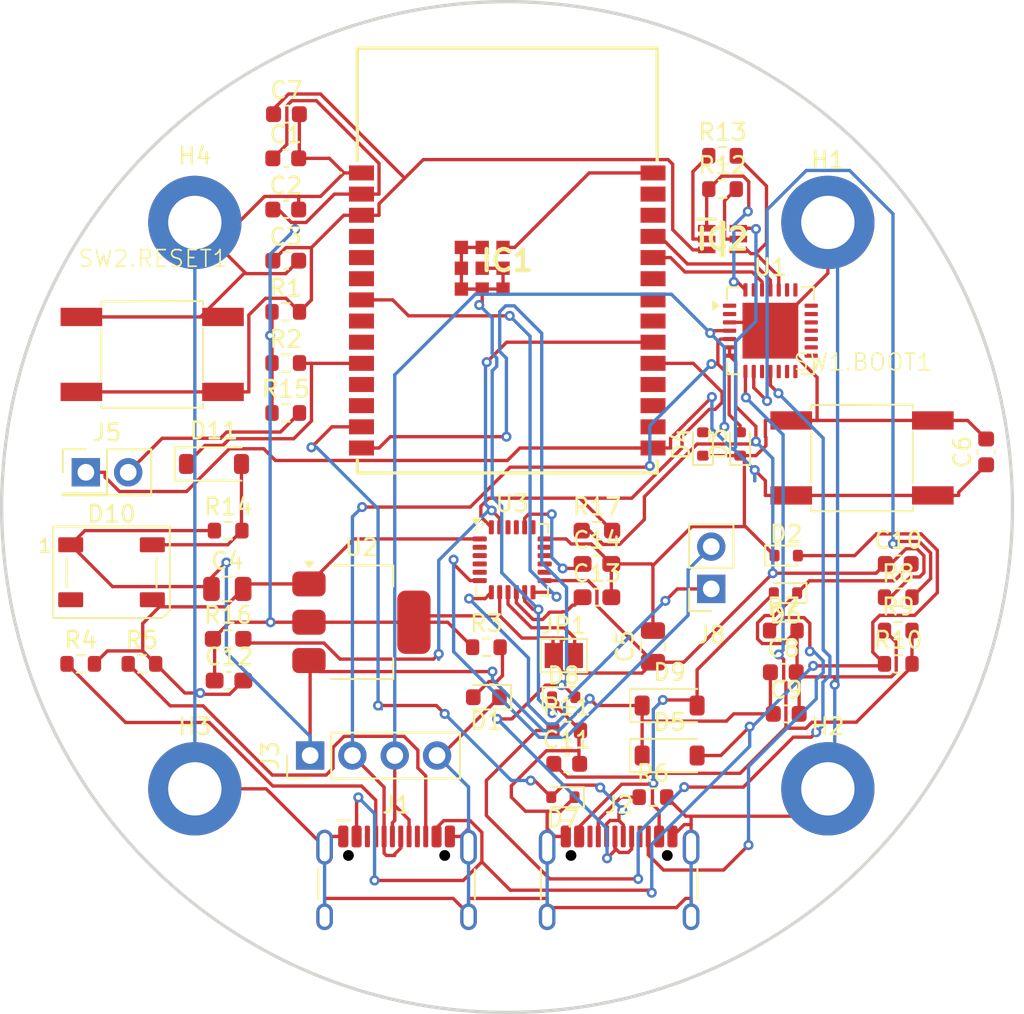
<source format=kicad_pcb>
(kicad_pcb (version 20241229) (generator "pcbnew") (generator_version "9.0")
  (layers (0 "F.Cu" signal) (2 "B.Cu" signal) (13 "F.Paste" user) (15 "B.Paste" user) (5 "F.SilkS" user "F.Silkscreen") (7 "B.SilkS" user "B.Silkscreen") (1 "F.Mask" user) (3 "B.Mask" user) (25 "Edge.Cuts" user))
  (net 0 "")
  (net 1 "3.3V")
  (net 2 "GND")
  (net 3 "CHIP_PU")
  (net 4 "5V")
  (net 5 "GPIO9")
  (net 6 "Net-(U1-VBUS)")
  (net 7 "Net-(U3-REGOUT)")
  (net 8 "Net-(U3-CPOUT)")
  (net 9 "Net-(D1-A)")
  (net 10 "VBUSA")
  (net 11 "USB_D-")
  (net 12 "USB_D+")
  (net 13 "VBUSB")
  (net 14 "GPIO12")
  (net 15 "GPIO13")
  (net 17 "/RGB_CRTL")
  (net 18 "GPIO8")
  (net 19 "IMU_INT")
  (net 25 "UART_RXD")
  (net 29 "SDA")
  (net 31 "UART_TXD")
  (net 35 "SCL")
  (net 39 "Net-(IC2-B1)")
  (net 40 "RTS")
  (net 41 "DTR")
  (net 42 "Net-(IC2-B2)")
  (net 43 "Net-(J1-CC2)")
  (net 44 "Net-(J1-CC1)")
  (net 45 "Net-(J2-CC1)")
  (net 46 "Net-(J2-CC2)")
  (net 47 "Net-(J5-Pin_2)")
  (net 48 "AUX_DA")
  (net 49 "AUX_CL")
  (net 50 "Net-(JP1-B)")
  (net 51 "Net-(U1-~{RST})")
  (net 52 "Net-(U1-~{SUSPEND})")
  (footprint "Resistor_SMD:R_0603_1608Metric" (layer "F.Cu") (at 173.5 102.5)
    (property "Reference" "R6")
    (property "Value" "5.1k")
  )
  (footprint "Sensor_Motion:InvenSense_QFN-24_4x4mm_P0.5mm" (layer "F.Cu") (at 165.05 88.25)
    (property "Reference" "U3")
    (property "Value" "MPU-6050")
  )
  (footprint "Capacitor_SMD:C_0603_1608Metric" (layer "F.Cu") (at 151.4584 67.2249)
    (property "Reference" "C2")
    (property "Value" "0.1μF. 50V. 10%")
  )
  (footprint "LED_SMD:LED_WS2812B_PLCC4_5.0x5.0mm_P3.2mm" (layer "F.Cu") (at 141 89)
    (property "Reference" "D10")
    (property "Value" "WS2812B")
  )
  (footprint "Diode_SMD:D_SOD-523" (layer "F.Cu") (at 168.14 96.5)
    (property "Reference" "D8")
    (property "Value" "D_TVS")
  )
  (footprint "LED_SMD:LED_0603_1608Metric" (layer "F.Cu") (at 163.5 96.5 180)
    (property "Reference" "D1")
    (property "Value" "LED")
  )
  (footprint "BC847BDW1T1G_KiCad:SOT65P210X110-6N" (layer "F.Cu") (at 177.675 69)
    (property "Reference" "IC2")
    (property "Value" "~" (hide yes))
  )
  (footprint "Resistor_SMD:R_0603_1608Metric" (layer "F.Cu") (at 163.5 93.5)
    (property "Reference" "R3")
    (property "Value" "5.1k")
  )
  (footprint "Capacitor_SMD:C_0603_1608Metric" (layer "F.Cu") (at 181.5 97.5)
    (property "Reference" "C9")
    (property "Value" "10μF. 25V. 20%")
  )
  (footprint "Capacitor_SMD:C_0603_1608Metric" (layer "F.Cu") (at 193.5 81.775 90)
    (property "Reference" "C6")
    (property "Value" "0.1μF. 50V. 10%")
  )
  (footprint "Capacitor_SMD:C_0603_1608Metric" (layer "F.Cu") (at 151.4584 64.1537)
    (property "Reference" "C1")
    (property "Value" "10μF. 25V. 20%")
  )
  (footprint "Connector_USB:USB_C_Receptacle_HCTL_HC-TYPE-C-16P-01A" (layer "F.Cu") (at 158.11 108.605)
    (property "Reference" "J1")
    (property "Value" "USB_C_Receptacle_USB2.0_14P")
  )
  (footprint "Resistor_SMD:R_0603_1608Metric" (layer "F.Cu") (at 151.4584 76.4387)
    (property "Reference" "R2")
    (property "Value" "10k. 1%")
  )
  (footprint "Resistor_SMD:R_0603_1608Metric" (layer "F.Cu") (at 168.325 98.5)
    (property "Reference" "R11")
    (property "Value" "10k. 1%")
  )
  (footprint "Resistor_SMD:R_0603_1608Metric" (layer "F.Cu") (at 151.4584 73.3674)
    (property "Reference" "R1")
    (property "Value" "10k. 1%")
  )
  (footprint "Package_DFN_QFN:QFN-28-1EP_5x5mm_P0.5mm_EP3.35x3.35mm" (layer "F.Cu") (at 180.55 74.5)
    (property "Reference" "U1")
    (property "Value" "CP2102N-Axx-xQFN28")
  )
  (footprint "Capacitor_SMD:C_0603_1608Metric_Pad1.08x0.95mm_HandSolder" (layer "F.Cu") (at 148.05 95.5)
    (property "Reference" "C12")
    (property "Value" "0.1uF 4V")
  )
  (footprint "Capacitor_SMD:C_0805_2012Metric" (layer "F.Cu") (at 173.5 93.45 90)
    (property "Reference" "C5")
    (property "Value" "22μF 25V")
  )
  (footprint "Connector_PinHeader_2.54mm:PinHeader_2x01_P2.54mm_Vertical" (layer "F.Cu") (at 139.46 83)
    (property "Reference" "J5")
    (property "Value" "Jumper CAN")
  )
  (footprint "Connector_PinSocket_2.54mm:PinSocket_1x02_P2.54mm_Vertical" (layer "F.Cu") (at 177 90 180)
    (property "Reference" "J8")
    (property "Value" "Aux_IMU")
  )
  (footprint "Resistor_SMD:R_0603_1608Metric" (layer "F.Cu") (at 181.325 92.5)
    (property "Reference" "R7")
    (property "Value" "5.1k")
  )
  (footprint "Capacitor_SMD:C_0603_1608Metric" (layer "F.Cu") (at 168.325 100.5)
    (property "Reference" "C11")
    (property "Value" "1μF. 16V. 10%")
  )
  (footprint "Diode_SMD:D_SOD-123" (layer "F.Cu") (at 174.5 100)
    (property "Reference" "D5")
    (property "Value" "1N5819")
  )
  (footprint "Connector_PinHeader_2.54mm:PinHeader_1x04_P2.54mm_Vertical" (layer "F.Cu") (at 152.92 100 90)
    (property "Reference" "J3")
    (property "Value" "Conn_01x04")
  )
  (footprint "Capacitor_SMD:C_0603_1608Metric" (layer "F.Cu") (at 188.225 88.5)
    (property "Reference" "C10")
    (property "Value" "10μF. 25V. 20%")
  )
  (footprint "MountingHole:MountingHole_3.2mm_M3_DIN965_Pad" (layer "F.Cu") (at 184 68)
    (property "Reference" "H1")
    (property "Value" "MountingHole_Pad")
  )
  (footprint "Diode_SMD:D_SOD-123" (layer "F.Cu") (at 147.15 82.5)
    (property "Reference" "D11")
    (property "Value" "1N4148W")
  )
  (footprint "MountingHole:MountingHole_3.2mm_M3_DIN965_Pad" (layer "F.Cu") (at 146 68)
    (property "Reference" "H4")
    (property "Value" "MountingHole_Pad")
  )
  (footprint "Library_PUSH_BUTTON_SMD:PUSH_BUTTON_SMD" (layer "F.Cu") (at 186.1 87.2375)
    (property "Reference" "SW1.BOOT1")
    (property "Value" "SW_Push")
  )
  (footprint "Resistor_SMD:R_0603_1608Metric" (layer "F.Cu") (at 188.225 90.5)
    (property "Reference" "R8")
    (property "Value" "1k. 1%")
  )
  (footprint "Package_TO_SOT_SMD:SOT-223-3_TabPin2" (layer "F.Cu") (at 156 92)
    (property "Reference" "U2")
    (property "Value" "AMS1117-3.3")
  )
  (footprint "Connector_USB:USB_C_Receptacle_HCTL_HC-TYPE-C-16P-01A" (layer "F.Cu") (at 171.47 108.605)
    (property "Reference" "J2")
    (property "Value" "USB_C_Receptacle_USB2.0_14P")
  )
  (footprint "Resistor_SMD:R_0603_1608Metric" (layer "F.Cu") (at 177.675 66)
    (property "Reference" "R12")
    (property "Value" "10k. 1%")
  )
  (footprint "Capacitor_SMD:C_0603_1608Metric_Pad1.08x0.95mm_HandSolder" (layer "F.Cu") (at 170.1375 88.5)
    (property "Reference" "C14")
    (property "Value" "2.2nF 50V")
  )
  (footprint "MountingHole:MountingHole_3.2mm_M3_DIN965_Pad" (layer "F.Cu") (at 184 102)
    (property "Reference" "H2")
    (property "Value" "MountingHole_Pad")
  )
  (footprint "Diode_SMD:D_SOD-523" (layer "F.Cu") (at 178.7304 81.2972 90)
    (property "Reference" "D3")
    (property "Value" "D_TVS")
  )
  (footprint "Resistor_SMD:R_0603_1608Metric_Pad0.98x0.95mm_HandSolder" (layer "F.Cu") (at 148 93)
    (property "Reference" "R16")
    (property "Value" "10K")
  )
  (footprint "Diode_SMD:D_SOD-523" (layer "F.Cu") (at 176.5 81.3 90)
    (property "Reference" "D4")
    (property "Value" "D_TVS")
  )
  (footprint "Resistor_SMD:R_0603_1608Metric" (layer "F.Cu") (at 142.825 94.5)
    (property "Reference" "R5")
    (property "Value" "5.1k")
  )
  (footprint "Resistor_SMD:R_0603_1608Metric" (layer "F.Cu") (at 188.225 92.5)
    (property "Reference" "R9")
    (property "Value" "47.5k. 1%")
  )
  (footprint "Capacitor_SMD:C_0603_1608Metric_Pad1.08x0.95mm_HandSolder" (layer "F.Cu") (at 170.1375 90.5)
    (property "Reference" "C13")
    (property "Value" "0.1uF 2V")
  )
  (footprint "MountingHole:MountingHole_3.2mm_M3_DIN965_Pad" (layer "F.Cu") (at 146 102)
    (property "Reference" "H3")
    (property "Value" "MountingHole_Pad")
  )
  (footprint "Resistor_SMD:R_0603_1608Metric" (layer "F.Cu") (at 177.675 64)
    (property "Reference" "R13")
    (property "Value" "10k. 1%")
  )
  (footprint "Capacitor_SMD:C_0603_1608Metric" (layer "F.Cu") (at 151.4584 70.2962)
    (property "Reference" "C3")
    (property "Value" "1μF. 16V. 10%")
  )
  (footprint "Diode_SMD:D_SOD-523" (layer "F.Cu") (at 181.455 90.25 180)
    (property "Reference" "D6")
    (property "Value" "D_TVS")
  )
  (footprint "Jumper:SolderJumper-2_P1.3mm_Open_Pad1.0x1.5mm" (layer "F.Cu") (at 168.15 94)
    (property "Reference" "JP1")
    (property "Value" "I2C_add")
  )
  (footprint "Diode_SMD:D_SOD-523" (layer "F.Cu") (at 181.5 88)
    (property "Reference" "D2")
    (property "Value" "D_TVS")
  )
  (footprint "Diode_SMD:D_SOD-523" (layer "F.Cu") (at 168.095 102.5 180)
    (property "Reference" "D7")
    (property "Value" "D_TVS")
  )
  (footprint "Capacitor_SMD:C_0805_2012Metric" (layer "F.Cu") (at 147.95 90)
    (property "Reference" "C4")
    (property "Value" "10μF. 50V")
  )
  (footprint "ESP32_C6_WROOM1_N8_KiCad:ESP32C6WROOM1N8" (layer "F.Cu") (at 164.755 70.29)
    (property "Reference" "IC1")
    (property "Value" "ESP32-C6-WROOM-1-N8" (hide yes))
  )
  (footprint "Resistor_SMD:R_0603_1608Metric_Pad0.98x0.95mm_HandSolder" (layer "F.Cu") (at 170.1375 86.5)
    (property "Reference" "R17")
    (property "Value" "10K")
  )
  (footprint "Capacitor_SMD:C_0603_1608Metric" (layer "F.Cu") (at 181.325 95)
    (property "Reference" "C8")
    (property "Value" "10μF. 25V. 20%")
  )
  (footprint "Resistor_SMD:R_0603_1608Metric" (layer "F.Cu") (at 188.225 94.5)
    (property "Reference" "R10")
    (property "Value" "22.1k. 1%")
  )
  (footprint "Resistor_SMD:R_0603_1608Metric" (layer "F.Cu") (at 148 86.5)
    (property "Reference" "R14")
    (property "Value" "4.7K. 1%")
  )
  (footprint "Diode_SMD:D_SOD-123" (layer "F.Cu") (at 174.5 97)
    (property "Reference" "D9")
    (property "Value" "1N5819")
  )
  (footprint "Resistor_SMD:R_0603_1608Metric" (layer "F.Cu") (at 139.15 94.5)
    (property "Reference" "R4")
    (property "Value" "5.1k")
  )
  (footprint "Resistor_SMD:R_0603_1608Metric" (layer "F.Cu") (at 151.4584 79.4387)
    (property "Reference" "R15")
    (property "Value" "47K. 1%")
  )
  (footprint "Library_PUSH_BUTTON_SMD:PUSH_BUTTON_SMD" (layer "F.Cu") (at 143.4911 81.0231)
    (property "Reference" "SW2.RESET1")
    (property "Value" "SW_Push")
  )
  (footprint "Capacitor_SMD:C_0603_1608Metric" (layer "F.Cu") (at 151.5 61.5)
    (property "Reference" "C7")
    (property "Value" "0.1μF. 50V. 10%")
  )
  (gr_circle (center 164.742255 85.086044) (end 179.510813 111.586044) (stroke (width 0.2)) (fill no) (layer "Edge.Cuts"))
  (segment (start 164.3 91.6148) (end 165.6335 92.9483) (width 0.2) (layer "F.Cu") (net 1))
  (segment (start 151.8271 60.6928) (end 153.2945 60.6928) (width 0.2) (layer "F.Cu") (net 1))
  (segment (start 170.1374 91.0057) (end 173.5317 94.4) (width 0.2) (layer "F.Cu") (net 1))
  (segment (start 147.1875 95.5) (end 147.1875 93.1) (width 0.2) (layer "F.Cu") (net 1))
  (segment (start 168.1337 92.9896) (end 167.9983 93.125) (width 0.2) (layer "F.Cu") (net 1))
  (segment (start 148.0875 92) (end 147.0875 93) (width 0.2) (layer "F.Cu") (net 1))
  (segment (start 189.508 89.2832) (end 188.9776 89.2832) (width 0.2) (layer "F.Cu") (net 1))
  (segment (start 151.0124 67.225) (end 151.7899 68.0025) (width 0.2) (layer "F.Cu") (net 1))
  (segment (start 180.6934 89.0583) (end 186.8917 89.0583) (width 0.2) (layer "F.Cu") (net 1))
  (segment (start 168.0925 92.9483) (end 168.1337 92.9895) (width 0.2) (layer "F.Cu") (net 1))
  (segment (start 152.0147 68.4209) (end 152.0147 68.0025) (width 0.2) (layer "F.Cu") (net 1))
  (segment (start 150.6334 76.4387) (end 150.6334 79.4387) (width 0.2) (layer "F.Cu") (net 1))
  (segment (start 167.9983 93.125) (end 167.9983 94.875) (width 0.2) (layer "F.Cu") (net 1))
  (segment (start 150.6334 73.3674) (end 150.6334 74.789) (width 0.2) (layer "F.Cu") (net 1))
  (segment (start 161.175 92) (end 159.15 92) (width 0.2) (layer "F.Cu") (net 1))
  (segment (start 151.5224 60.9975) (end 151.8271 60.6928) (width 0.2) (layer "F.Cu") (net 1))
  (segment (start 169.6834 86.5) (end 169.225 86.5) (width 0.2) (layer "F.Cu") (net 1))
  (segment (start 159.15 92) (end 159.5352 91.6148) (width 0.2) (layer "F.Cu") (net 1))
  (segment (start 168.1337 92.9895) (end 168.1337 92.9896) (width 0.2) (layer "F.Cu") (net 1))
  (segment (start 162.675 93.5) (end 161.175 92) (width 0.2) (layer "F.Cu") (net 1))
  (segment (start 152.85 92) (end 150.5485 92) (width 0.2) (layer "F.Cu") (net 1))
  (segment (start 150.6334 74.789) (end 150.5194 74.789) (width 0.2) (layer "F.Cu") (net 1))
  (segment (start 179.6796 80.2522) (end 179.6796 81.1543) (width 0.2) (layer "F.Cu") (net 1))
  (segment (start 164.3 91.6148) (end 164.3 90.2) (width 0.2) (layer "F.Cu") (net 1))
  (segment (start 187.7789 88.5) (end 188.6872 87.5917) (width 0.2) (layer "F.Cu") (net 1))
  (segment (start 147.1875 93.1) (end 147.0875 93) (width 0.2) (layer "F.Cu") (net 1))
  (segment (start 167.9983 94.875) (end 168.175 95.0517) (width 0.2) (layer "F.Cu") (net 1))
  (segment (start 179.6796 81.1543) (end 179.5339 81.3) (width 0.2) (layer "F.Cu") (net 1))
  (segment (start 188.9776 89.2832) (end 187.7608 90.5) (width 0.2) (layer "F.Cu") (net 1))
  (segment (start 171.491 87.3288) (end 170.5122 87.3288) (width 0.2) (layer "F.Cu") (net 1))
  (segment (start 172.9857 85.8341) (end 171.491 87.3288) (width 0.2) (layer "F.Cu") (net 1))
  (segment (start 179.5339 81.3) (end 176.1509 81.3) (width 0.2) (layer "F.Cu") (net 1))
  (segment (start 151.5224 63.3147) (end 151.5224 60.9975) (width 0.2) (layer "F.Cu") (net 1))
  (segment (start 172.9857 84.4652) (end 172.9857 85.8341) (width 0.2) (layer "F.Cu") (net 1))
  (segment (start 178.1 76) (end 178.4759 76.3759) (width 0.2) (layer "F.Cu") (net 1))
  (segment (start 165.6335 92.9483) (end 167.5 92.9483) (width 0.2) (layer "F.Cu") (net 1))
  (segment (start 189.3501 87.5917) (end 189.7666 88.0082) (width 0.2) (layer "F.Cu") (net 1))
  (segment (start 152.85 92) (end 159.15 92) (width 0.2) (layer "F.Cu") (net 1))
  (segment (start 152.6769 68.0025) (end 154.3793 66.3001) (width 0.2) (layer "F.Cu") (net 1))
  (segment (start 173.5317 94.4) (end 173.9615 94.4) (width 0.2) (layer "F.Cu") (net 1))
  (segment (start 159.5352 91.6148) (end 164.3 91.6148) (width 0.2) (layer "F.Cu") (net 1))
  (segment (start 170.5122 87.3288) (end 169.6834 86.5) (width 0.2) (layer "F.Cu") (net 1))
  (segment (start 150.6834 67.2249) (end 151.0124 67.2249) (width 0.2) (layer "F.Cu") (net 1))
  (segment (start 186.8917 89.0583) (end 187.45 88.5) (width 0.2) (layer "F.Cu") (net 1))
  (segment (start 154.3793 66.3001) (end 154.3793 66.3) (width 0.2) (layer "F.Cu") (net 1))
  (segment (start 175.3517 94.4) (end 180.6934 89.0583) (width 0.2) (layer "F.Cu") (net 1))
  (segment (start 167 89.5) (end 169.6059 89.5) (width 0.2) (layer "F.Cu") (net 1))
  (segment (start 189.7666 88.0082) (end 189.7666 89.0246) (width 0.2) (layer "F.Cu") (net 1))
  (segment (start 150.5485 92) (end 148.0875 92) (width 0.2) (layer "F.Cu") (net 1))
  (segment (start 187.7608 90.5) (end 187.4 90.5) (width 0.2) (layer "F.Cu") (net 1))
  (segment (start 172.8483 95.0517) (end 173.5 94.4) (width 0.2) (layer "F.Cu") (net 1))
  (segment (start 173.9615 94.4) (end 175.3517 94.4) (width 0.2) (layer "F.Cu") (net 1))
  (segment (start 168.175 95.0517) (end 172.8483 95.0517) (width 0.2) (layer "F.Cu") (net 1))
  (segment (start 150.6334 74.789) (end 150.6334 76.4387) (width 0.2) (layer "F.Cu") (net 1))
  (segment (start 173.5 94.4) (end 173.9615 94.4) (width 0.2) (layer "F.Cu") (net 1))
  (segment (start 154.3793 66.3) (end 156.005 66.3) (width 0.2) (layer "F.Cu") (net 1))
  (segment (start 156.005 66.3) (end 157.0567 66.3) (width 0.2) (layer "F.Cu") (net 1))
  (segment (start 170.1374 90.0315) (end 170.1374 91.0057) (width 0.2) (layer "F.Cu") (net 1))
  (segment (start 150.6834 64.1537) (end 151.5224 63.3147) (width 0.2) (layer "F.Cu") (net 1))
  (segment (start 152.0147 68.0025) (end 152.6769 68.0025) (width 0.2) (layer "F.Cu") (net 1))
  (segment (start 178.4759 79.0485) (end 179.6796 80.2522) (width 0.2) (layer "F.Cu") (net 1))
  (segment (start 151.7899 68.0025) (end 152.0147 68.0025) (width 0.2) (layer "F.Cu") (net 1))
  (segment (start 157.0567 64.455) (end 157.0567 66.3) (width 0.2) (layer "F.Cu") (net 1))
  (segment (start 176.1509 81.3) (end 172.9857 84.4652) (width 0.2) (layer "F.Cu") (net 1))
  (segment (start 178.4759 76.3759) (end 178.4759 79.0485) (width 0.2) (layer "F.Cu") (net 1))
  (segment (start 153.2945 60.6928) (end 157.0567 64.455) (width 0.2) (layer "F.Cu") (net 1))
  (segment (start 169.6059 89.5) (end 170.1374 90.0315) (width 0.2) (layer "F.Cu") (net 1))
  (segment (start 167.5 92.9483) (end 168.0925 92.9483) (width 0.2) (layer "F.Cu") (net 1))
  (segment (start 189.7666 89.0246) (end 189.508 89.2832) (width 0.2) (layer "F.Cu") (net 1))
  (segment (start 187.45 88.5) (end 187.7789 88.5) (width 0.2) (layer "F.Cu") (net 1))
  (segment (start 151.0124 67.2249) (end 151.0124 67.225) (width 0.2) (layer "F.Cu") (net 1))
  (segment (start 188.6872 87.5917) (end 189.3501 87.5917) (width 0.2) (layer "F.Cu") (net 1))
  (segment (start 178.1 75.5) (end 178.1 76) (width 0.2) (layer "F.Cu") (net 1))
  (segment (start 167.5 94) (end 167.5 92.9483) (width 0.2) (layer "F.Cu") (net 1))
  (via (at 150.5485 92) (size 0.6) (drill 0.3) (layers "F.Cu" "B.Cu") (net 1))
  (via (at 152.0147 68.4209) (size 0.6) (drill 0.3) (layers "F.Cu" "B.Cu") (net 1))
  (via (at 150.5194 74.789) (size 0.6) (drill 0.3) (layers "F.Cu" "B.Cu") (net 1))
  (via (at 179.6796 81.1543) (size 0.6) (drill 0.3) (layers "F.Cu" "B.Cu") (net 1))
  (via (at 180.6934 89.0583) (size 0.6) (drill 0.3) (layers "F.Cu" "B.Cu") (net 1))
  (segment (start 180.6934 82.1681) (end 180.6934 89.0583) (width 0.2) (layer "B.Cu") (net 1))
  (segment (start 150.5194 69.9162) (end 150.5194 74.789) (width 0.2) (layer "B.Cu") (net 1))
  (segment (start 150.5194 74.789) (end 150.5194 91.9709) (width 0.2) (layer "B.Cu") (net 1))
  (segment (start 179.6796 81.1543) (end 180.6934 82.1681) (width 0.2) (layer "B.Cu") (net 1))
  (segment (start 150.5194 91.9709) (end 150.5485 92) (width 0.2) (layer "B.Cu") (net 1))
  (segment (start 152.0147 68.4209) (end 150.5194 69.9162) (width 0.2) (layer "B.Cu") (net 1))
  (segment (start 146.3413 73.6731) (end 149.0072 71.0072) (width 0.2) (layer "F.Cu") (net 2))
  (segment (start 187.9884 89.5116) (end 182.8934 89.5116) (width 0.2) (layer "F.Cu") (net 2))
  (segment (start 147.3123 69.3122) (end 150.1839 66.4406) (width 0.2) (layer "F.Cu") (net 2))
  (segment (start 143.8751 91.0751) (end 143.45 90.65) (width 0.2) (layer "F.Cu") (net 2))
  (segment (start 162.43 105.5) (end 162.43 104.3842) (width 0.2) (layer "F.Cu") (net 2))
  (segment (start 182.1875 95.0875) (end 182.1875 95.0375) (width 0.2) (layer "F.Cu") (net 2))
  (segment (start 147.6911 73.6731) (end 146.3413 73.6731) (width 0.2) (layer "F.Cu") (net 2))
  (segment (start 162 72) (end 162.5483 72) (width 0.2) (layer "F.Cu") (net 2))
  (segment (start 179.0606 86.2606) (end 180.8 88) (width 0.2) (layer "F.Cu") (net 2))
  (segment (start 167.15 103.3449) (end 167.15 104.3842) (width 0.2) (layer "F.Cu") (net 2))
  (segment (start 181.8 79.8875) (end 183.3517 79.8875) (width 0.2) (layer "F.Cu") (net 2))
  (segment (start 163.25 72) (end 162.5483 72) (width 0.2) (layer "F.Cu") (net 2))
  (segment (start 167.15 105.5) (end 167.15 104.3842) (width 0.2) (layer "F.Cu") (net 2))
  (segment (start 142.8725 93.7225) (end 142.8725 92.0777) (width 0.2) (layer "F.Cu") (net 2))
  (segment (start 153.79 109.68) (end 153.79 108.5783) (width 0.2) (layer "F.Cu") (net 2))
  (segment (start 174.67 104.86) (end 175.3817 104.1483) (width 0.2) (layer "F.Cu") (net 2))
  (segment (start 188.1025 94.9832) (end 188.1025 93.2025) (width 0.2) (layer "F.Cu") (net 2))
  (segment (start 153.79 105.3358) (end 154.2658 104.86) (width 0.2) (layer "F.Cu") (net 2))
  (segment (start 175.79 103.6439) (end 175.4689 103.6439) (width 0.2) (layer "F.Cu") (net 2))
  (segment (start 163.071 72.954) (end 163.25 72.775) (width 0.2) (layer "F.Cu") (net 2))
  (segment (start 152.2334 64.1537) (end 152.275 64.1537) (width 0.2) (layer "F.Cu") (net 2))
  (segment (start 163.25 72.775) (end 163.25 72) (width 0.2) (layer "F.Cu") (net 2))
  (segment (start 164.5 72) (end 163.25 72) (width 0.2) (layer "F.Cu") (net 2))
  (segment (start 147.3123 69.3122) (end 149.0072 71.0072) (width 0.2) (layer "F.Cu") (net 2))
  (segment (start 168.589 87.3007) (end 169.8007 87.3007) (width 0.2) (layer "F.Cu") (net 2))
  (segment (start 146 68) (end 147.3123 69.3122) (width 0.2) (layer "F.Cu") (net 2))
  (segment (start 150.5122 102.2323) (end 150.5223 102.2323) (width 0.2) (layer "F.Cu") (net 2))
  (segment (start 167.7815 96.8415) (end 167.7815 97.1314) (width 0.2) (layer "F.Cu") (net 2))
  (segment (start 161.31 104.86) (end 161.9542 104.86) (width 0.2) (layer "F.Cu") (net 2))
  (segment (start 164.5 69.5) (end 165.2017 69.5) (width 0.2) (layer "F.Cu") (net 2))
  (segment (start 139.975 94.5) (end 140.7525 93.7225) (width 0.2) (layer "F.Cu") (net 2))
  (segment (start 151.4558 71.0738) (end 152.2334 70.2962) (width 0.2) (layer "F.Cu") (net 2))
  (segment (start 174.9072 109.1291) (end 174.9072 109.129) (width 0.2) (layer "F.Cu") (net 2))
  (segment (start 167.9501 103.3449) (end 167.15 103.3449) (width 0.2) (layer "F.Cu") (net 2))
  (segment (start 176.5 82) (end 178.7276 82) (width 0.2) (layer "F.Cu") (net 2))
  (segment (start 181.3725 93.2775) (end 182.15 92.5) (width 0.2) (layer "F.Cu") (net 2))
  (segment (start 180.2149 91.5994) (end 179.7784 92.0359) (width 0.2) (layer "F.Cu") (net 2))
  (segment (start 154.077 64.1537) (end 154.9533 65.03) (width 0.2) (layer "F.Cu") (net 2))
  (segment (start 178.9879 81.9972) (end 179.6876 81.9972) (width 0.2) (layer "F.Cu") (net 2))
  (segment (start 179.6876 81.9972) (end 180.2813 81.4035) (width 0.2) (layer "F.Cu") (net 2))
  (segment (start 175.79 109.68) (end 175.79 108.5783) (width 0.2) (layer "F.Cu") (net 2))
  (segment (start 192.3875 79.8875) (end 193.5 81) (width 0.2) (layer "F.Cu") (net 2))
  (segment (start 182.15 95) (end 182.15 92.5) (width 0.2) (layer "F.Cu") (net 2))
  (segment (start 169.6717 65.03) (end 165.2017 69.5) (width 0.2) (layer "F.Cu") (net 2))
  (segment (start 156.005 65.03) (end 154.9533 65.03) (width 0.2) (layer "F.Cu") (net 2))
  (segment (start 160.7875 100) (end 160.54 100) (width 0.2) (layer "F.Cu") (net 2))
  (segment (start 167.7815 97.1314) (end 169.15 98.5) (width 0.2) (layer "F.Cu") (net 2))
  (segment (start 165 101.8175) (end 165 102.5) (width 0.2) (layer "F.Cu") (net 2))
  (segment (start 167.44 96.5) (end 167.7815 96.8415) (width 0.2) (layer "F.Cu") (net 2))
  (segment (start 163.25 70.75) (end 164.5 70.75) (width 0.2) (layer "F.Cu") (net 2))
  (segment (start 146.4013 96.3237) (end 146.3259 96.2483) (width 0.2) (layer "F.Cu") (net 2))
  (segment (start 171 88.5) (end 171 90.5) (width 0.2) (layer "F.Cu") (net 2))
  (segment (start 182.15 95) (end 182.1 95) (width 0.2) (layer "F.Cu") (net 2))
  (segment (start 139.1911 73.6731) (end 146.3413 73.6731) (width 0.2) (layer "F.Cu") (net 2))
  (segment (start 187.8082 95.2775) (end 188.1025 94.9832) (width 0.2) (layer "F.Cu") (net 2))
  (segment (start 173.409 88.5) (end 173.5 88.591) (width 0.2) (layer "F.Cu") (net 2))
  (segment (start 164.5 72) (end 164.5 70.75) (width 0.2) (layer "F.Cu") (net 2))
  (segment (start 168.2883 87) (end 168.589 87.3007) (width 0.2) (layer "F.Cu") (net 2))
  (segment (start 169.8007 87.3007) (end 171 88.5) (width 0.2) (layer "F.Cu") (net 2))
  (segment (start 153.5427 66.4406) (end 154.9533 65.03) (width 0.2) (layer "F.Cu") (net 2))
  (segment (start 180.2813 81.4035) (end 180.2813 80.9035) (width 0.2) (layer "F.Cu") (net 2))
  (segment (start 182.3775 95.2775) (end 184.412 95.2775) (width 0.2) (layer "F.Cu") (net 2))
  (segment (start 182.2749 95.1749) (end 182.2749 97.5) (width 0.2) (layer "F.Cu") (net 2))
  (segment (start 161.9542 104.86) (end 162.43 104.3842) (width 0.2) (layer "F.Cu") (net 2))
  (segment (start 148.9 90) (end 147.8249 91.0751) (width 0.2) (layer "F.Cu") (net 2))
  (segment (start 152.85 89.7) (end 155.55 87) (width 0.2) (layer "F.Cu") (net 2))
  (segment (start 166.6267 91.2318) (end 166.3053 91.2318) (width 0.2) (layer "F.Cu") (net 2))
  (segment (start 173.505 65.03) (end 169.6717 65.03) (width 0.2) (layer "F.Cu") (net 2))
  (segment (start 180.0561 93.2775) (end 181.3725 93.2775) (width 0.2) (layer "F.Cu") (net 2))
  (segment (start 148.0888 96.3237) (end 146.4013 96.3237) (width 0.2) (layer "F.Cu") (net 2))
  (segment (start 169.0572 99.7124) (end 167.1051 99.7124) (width 0.2) (layer "F.Cu") (net 2))
  (segment (start 180.55 74.5) (end 183.3517 77.3017) (width 0.2) (layer "F.Cu") (net 2))
  (segment (start 146 102) (end 150.2799 102) (width 0.2) (layer "F.Cu") (net 2))
  (segment (start 169.0572 98.5928) (end 169.0572 99.7124) (width 0.2) (layer "F.Cu") (net 2))
  (segment (start 179.7784 92.0359) (end 179.7784 92.9998) (width 0.2) (layer "F.Cu") (net 2))
  (segment (start 162 72) (end 162 70.75) (width 0.2) (layer "F.Cu") (net 2))
  (segment (start 162.43 109.5016) (end 162.43 108.5783) (width 0.2) (layer "F.Cu") (net 2))
  (segment (start 143.65 94.5) (end 142.8725 93.7225) (width 0.2) (layer "F.Cu") (net 2))
  (segment (start 169.0572 99.7124) (end 169.0572 100.4572) (width 0.2) (layer "F.Cu") (net 2))
  (segment (start 167.15 104.3842) (end 167.6258 104.86) (width 0.2) (layer "F.Cu") (net 2))
  (segment (start 180.2483 80.8705) (end 180.2483 79.8875) (width 0.2) (layer "F.Cu") (net 2))
  (segment (start 184 68) (end 184 71.05) (width 0.2) (layer "F.Cu") (net 2))
  (segment (start 165 102.5) (end 165.8449 103.3449) (width 0.2) (layer "F.Cu") (net 2))
  (segment (start 152.275 61.5) (end 152.275 64.1537) (width 0.2) (layer "F.Cu") (net 2))
  (segment (start 166.3053 91.2318) (end 165.8 90.7265) (width 0.2) (layer "F.Cu") (net 2))
  (segment (start 182.8934 89.5116) (end 182.155 90.25) (width 0.2) (layer "F.Cu") (net 2))
  (segment (start 140.7525 93.7225) (end 142.8725 93.7225) (width 0.2) (layer "F.Cu") (net 2))
  (segment (start 152.85 89.7) (end 149.2 89.7) (width 0.2) (layer "F.Cu") (net 2))
  (segment (start 184 102) (end 182.3561 103.6439) (width 0.2) (layer "F.Cu") (net 2))
  (segment (start 178.7304 81.9972) (end 178.9879 81.9972) (width 0.2) (layer "F.Cu") (net 2))
  (segment (start 178.1 74) (end 180.05 74) (width 0.2) (layer "F.Cu") (net 2))
  (segment (start 167.15 109.1291) (end 167.15 108.5783) (width 0.2) (layer "F.Cu") (net 2))
  (segment (start 147.8249 91.0751) (end 143.8751 91.0751) (width 0.2) (layer "F.Cu") (net 2))
  (segment (start 162 69.5) (end 163.25 69.5) (width 0.2) (layer "F.Cu") (net 2))
  (segment (start 145.3983 96.2483) (end 143.65 94.5) (width 0.2) (layer "F.Cu") (net 2))
  (segment (start 169.15 98.5) (end 169.0572 98.5928) (width 0.2) (layer "F.Cu") (net 2))
  (segment (start 188.1025 93.2025) (end 187.4 92.5) (width 0.2) (layer "F.Cu") (net 2))
  (segment (start 153.79 108.5783) (end 161.5067 108.5783) (width 0.2) (layer "F.Cu") (net 2))
  (segment (start 167.15 109.1291) (end 174.9072 109.1291) (width 0.2) (layer "F.Cu") (net 2))
  (segment (start 175.79 105.5) (end 175.79 104.1483) (width 0.2) (layer "F.Cu") (net 2))
  (segment (start 164.2875 96.5) (end 160.7875 100) (width 0.2) (layer "F.Cu") (net 2))
  (segment (start 165.8449 103.3449) (end 167.15 103.3449) (width 0.2) (layer "F.Cu") (net 2))
  (segment (start 175.4689 103.6439) (end 174.325 102.5) (width 0.2) (layer "F.Cu") (net 2))
  (segment (start 173.5 92.5) (end 173.5 88.591) (width 0.2) (layer "F.Cu") (net 2))
  (segment (start 167.7815 97.1314) (end 167.4544 97.4585) (width 0.2) (layer "F.Cu") (net 2))
  (segment (start 149.2 89.7) (end 148.9 90) (width 0.2) (layer "F.Cu") (net 2))
  (segment (start 182.1875 95.0875) (end 182.3775 95.2775) (width 0.2) (layer "F.Cu") (net 2))
  (segment (start 190.3 79.8875) (end 183.3517 79.8875) (width 0.2) (layer "F.Cu") (net 2))
  (segment (start 167.15 109.68) (end 167.15 109.1291) (width 0.2) (layer "F.Cu") (net 2))
  (segment (start 182.3561 103.6439) (end 175.79 103.6439) (width 0.2) (layer "F.Cu") (net 2))
  (segment (start 178.7276 82) (end 178.7304 81.9972) (width 0.2) (layer "F.Cu") (net 2))
  (segment (start 182.155 90.25) (end 180.8056 91.5994) (width 0.2) (layer "F.Cu") (net 2))
  (segment (start 184.412 95.2775) (end 184.412 95.7502) (width 0.2) (layer "F.Cu") (net 2))
  (segment (start 162.43 108.5783) (end 167.15 108.5783) (width 0.2) (layer "F.Cu") (net 2))
  (segment (start 183.3517 77.3017) (end 183.3517 79.8875) (width 0.2) (layer "F.Cu") (net 2))
  (segment (start 161.5067 108.5783) (end 162.43 109.5016) (width 0.2) (layer "F.Cu") (net 2))
  (segment (start 152.2334 66.4406) (end 153.5427 66.4406) (width 0.2) (layer "F.Cu") (net 2))
  (segment (start 152.2334 66.4406) (end 152.2334 67.2249) (width 0.2) (layer "F.Cu") (net 2))
  (segment (start 178.9879 86.2606) (end 179.0606 86.2606) (width 0.2) (layer "F.Cu") (net 2))
  (segment (start 182.1875 95.0875) (end 182.2749 95.1749) (width 0.2) (layer "F.Cu") (net 2))
  (segment (start 167 87) (end 168.2883 87) (width 0.2) (layer "F.Cu") (net 2))
  (segment (start 182.1875 95.0375) (end 182.15 95) (width 0.2) (layer "F.Cu") (net 2))
  (segment (start 175.3817 104.1483) (end 175.79 104.1483) (width 0.2) (layer "F.Cu") (net 2))
  (segment (start 149.0072 71.0072) (end 149.0738 71.0738) (width 0.2) (layer "F.Cu") (net 2))
  (segment (start 153.79 105.5) (end 153.79 105.3358) (width 0.2) (layer "F.Cu") (net 2))
  (segment (start 149.0738 71.0738) (end 151.4558 71.0738) (width 0.2) (layer "F.Cu") (net 2))
  (segment (start 146.3259 96.2483) (end 145.3983 96.2483) (width 0.2) (layer "F.Cu") (net 2))
  (segment (start 179.7784 92.9998) (end 180.0561 93.2775) (width 0.2) (layer "F.Cu") (net 2))
  (segment (start 150.2799 102) (end 150.5122 102.2323) (width 0.2) (layer "F.Cu") (net 2))
  (segment (start 148.9125 95.5) (end 148.0888 96.3237) (width 0.2) (layer "F.Cu") (net 2))
  (segment (start 168.795 102.5) (end 167.9501 103.3449) (width 0.2) (layer "F.Cu") (net 2))
  (segment (start 154.2658 104.86) (end 154.91 104.86) (width 0.2) (layer "F.Cu") (net 2))
  (segment (start 162 70.75) (end 162 69.5) (width 0.2) (layer "F.Cu") (net 2))
  (segment (start 178.9879 81.9972) (end 178.9879 86.2606) (width 0.2) (layer "F.Cu") (net 2))
  (segment (start 150.1839 66.4406) (end 152.2334 66.4406) (width 0.2) (layer "F.Cu") (net 2))
  (segment (start 184 71.05) (end 180.55 74.5) (width 0.2) (layer "F.Cu") (net 2))
  (segment (start 180.05 74) (end 180.55 74.5) (width 0.2) (layer "F.Cu") (net 2))
  (segment (start 184.412 95.2775) (end 187.8082 95.2775) (width 0.2) (layer "F.Cu") (net 2))
  (segment (start 150.5223 102.2323) (end 153.79 105.5) (width 0.2) (layer "F.Cu") (net 2))
  (segment (start 167.1051 99.7124) (end 165 101.8175) (width 0.2) (layer "F.Cu") (net 2))
  (segment (start 175.79 104.1483) (end 175.79 103.6439) (width 0.2) (layer "F.Cu") (net 2))
  (segment (start 178.9879 86.2606) (end 175.8304 86.2606) (width 0.2) (layer "F.Cu") (net 2))
  (segment (start 180.8056 91.5994) (end 180.2149 91.5994) (width 0.2) (layer "F.Cu") (net 2))
  (segment (start 175.8304 86.2606) (end 173.5 88.591) (width 0.2) (layer "F.Cu") (net 2))
  (segment (start 190.3 79.8875) (end 192.3875 79.8875) (width 0.2) (layer "F.Cu") (net 2))
  (segment (start 152.275 64.1537) (end 154.077 64.1537) (width 0.2) (layer "F.Cu") (net 2))
  (segment (start 167.6258 104.86) (end 168.27 104.86) (width 0.2) (layer "F.Cu") (net 2))
  (segment (start 180.2813 80.9035) (end 180.2483 80.8705) (width 0.2) (layer "F.Cu") (net 2))
  (segment (start 175.4579 108.5783) (end 175.79 108.5783) (width 0.2) (layer "F.Cu") (net 2))
  (segment (start 189 88.5) (end 187.9884 89.5116) (width 0.2) (layer "F.Cu") (net 2))
  (segment (start 174.9072 109.129) (end 175.4579 108.5783) (width 0.2) (layer "F.Cu") (net 2))
  (segment (start 171 88.5) (end 173.409 88.5) (width 0.2) (layer "F.Cu") (net 2))
  (segment (start 142.8725 92.0777) (end 143.8751 91.0751) (width 0.2) (layer "F.Cu") (net 2))
  (segment (start 155.55 87) (end 163.1 87) (width 0.2) (layer "F.Cu") (net 2))
  (segment (start 165.8 90.7265) (end 165.8 90.2) (width 0.2) (layer "F.Cu") (net 2))
  (segment (start 182.2749 97.5) (end 182.275 97.5) (width 0.2) (layer "F.Cu") (net 2))
  (segment (start 162.43 109.68) (end 162.43 109.5016) (width 0.2) (layer "F.Cu") (net 2))
  (segment (start 181.8 79.8875) (end 180.2483 79.8875) (width 0.2) (layer "F.Cu") (net 2))
  (segment (start 169.0572 100.4572) (end 169.1 100.5) (width 0.2) (layer "F.Cu") (net 2))
  (via (at 163.071 72.954) (size 0.6) (drill 0.3) (layers "F.Cu" "B.Cu") (net 2))
  (via (at 166.6267 91.2318) (size 0.6) (drill 0.3) (layers "F.Cu" "B.Cu") (net 2))
  (via (at 184.412 95.7502) (size 0.6) (drill 0.3) (layers "F.Cu" "B.Cu") (net 2))
  (via (at 146.3259 96.2483) (size 0.6) (drill 0.3) (layers "F.Cu" "B.Cu") (net 2))
  (via (at 167.4544 97.4585) (size 0.6) (drill 0.3) (layers "F.Cu" "B.Cu") (net 2))
  (segment (start 146 96.2483) (end 146 102) (width 0.2) (layer "B.Cu") (net 2))
  (segment (start 163.8503 84.4692) (end 163.8502 84.4692) (width 0.2) (layer "B.Cu") (net 2))
  (segment (start 153.79 105.5) (end 153.79 109.68) (width 0.2) (layer "B.Cu") (net 2))
  (segment (start 162.43 101.89) (end 162.43 105.5) (width 0.2) (layer "B.Cu") (net 2))
  (segment (start 163.8502 84.4692) (end 163.8502 76.9103) (width 0.2) (layer "B.Cu") (net 2))
  (segment (start 164.4208 89.0259) (end 164.4208 85.0397) (width 0.2) (layer "B.Cu") (net 2))
  (segment (start 184.412 101.588) (end 184.412 95.7502) (width 0.2) (layer "B.Cu") (net 2))
  (segment (start 167.4544 97.4585) (end 166.6267 96.6308) (width 0.2) (layer "B.Cu") (net 2))
  (segment (start 166.6267 91.2318) (end 164.4208 89.0259) (width 0.2) (layer "B.Cu") (net 2))
  (segment (start 163.8502 75.8667) (end 163.8502 73.7332) (width 0.2) (layer "B.Cu") (net 2))
  (segment (start 164.4208 85.0397) (end 163.8503 84.4692) (width 0.2) (layer "B.Cu") (net 2))
  (segment (start 175.79 109.68) (end 175.79 105.5) (width 0.2) (layer "B.Cu") (net 2))
  (segment (start 184 102) (end 184.412 101.588) (width 0.2) (layer "B.Cu") (net 2))
  (segment (start 184.412 95.7502) (end 184.5814 95.5808) (width 0.2) (layer "B.Cu") (net 2))
  (segment (start 162.43 109.68) (end 162.43 105.5) (width 0.2) (layer "B.Cu") (net 2))
  (segment (start 166.6267 96.6308) (end 166.6267 91.2318) (width 0.2) (layer "B.Cu") (net 2))
  (segment (start 163.8502 76.9103) (end 164.1228 76.6377) (width 0.2) (layer "B.Cu") (net 2))
  (segment (start 167.15 109.68) (end 167.15 105.5) (width 0.2) (layer "B.Cu") (net 2))
  (segment (start 163.8502 73.7332) (end 163.071 72.954) (width 0.2) (layer "B.Cu") (net 2))
  (segment (start 164.1228 76.1393) (end 163.8502 75.8667) (width 0.2) (layer "B.Cu") (net 2))
  (segment (start 184.5814 68.5814) (end 184 68) (width 0.2) (layer "B.Cu") (net 2))
  (segment (start 184.5814 95.5808) (end 184.5814 68.5814) (width 0.2) (layer "B.Cu") (net 2))
  (segment (start 146 68) (end 146 96.2483) (width 0.2) (layer "B.Cu") (net 2))
  (segment (start 164.1228 76.6377) (end 164.1228 76.1393) (width 0.2) (layer "B.Cu") (net 2))
  (segment (start 160.54 100) (end 162.43 101.89) (width 0.2) (layer "B.Cu") (net 2))
  (segment (start 146 96.2483) (end 146.3259 96.2483) (width 0.2) (layer "B.Cu") (net 2))
  (segment (start 151.4679 72.5519) (end 152.2834 73.3674) (width 0.2) (layer "F.Cu") (net 3))
  (segment (start 174.6861 64.5064) (end 174.4089 64.2292) (width 0.2) (layer "F.Cu") (net 3))
  (segment (start 157.0567 66.8867) (end 157.0567 67.57) (width 0.2) (layer "F.Cu") (net 3))
  (segment (start 150.2491 72.5519) (end 151.4679 72.5519) (width 0.2) (layer "F.Cu") (net 3))
  (segment (start 152.9975 72.6533) (end 152.9975 69.5125) (width 0.2) (layer "F.Cu") (net 3))
  (segment (start 156.005 67.57) (end 157.0567 67.57) (width 0.2) (layer "F.Cu") (net 3))
  (segment (start 150.725 61.5) (end 150.725 61.1962) (width 0.2) (layer "F.Cu") (net 3))
  (segment (start 159.7142 64.2292) (end 158.5982 65.3452) (width 0.2) (layer "F.Cu") (net 3))
  (segment (start 175.8983 69.65) (end 174.6861 68.4378) (width 0.2) (layer "F.Cu") (net 3))
  (segment (start 174.6861 68.4378) (end 174.6861 64.5064) (width 0.2) (layer "F.Cu") (net 3))
  (segment (start 152.9975 69.5125) (end 154.94 67.57) (width 0.2) (layer "F.Cu") (net 3))
  (segment (start 154.94 67.57) (end 156.005 67.57) (width 0.2) (layer "F.Cu") (net 3))
  (segment (start 152.2834 73.3674) (end 152.9975 72.6533) (width 0.2) (layer "F.Cu") (net 3))
  (segment (start 151.6301 60.2911) (end 153.544 60.2911) (width 0.2) (layer "F.Cu") (net 3))
  (segment (start 150.6834 70.2962) (end 151.4671 69.5125) (width 0.2) (layer "F.Cu") (net 3))
  (segment (start 176.725 69.65) (end 175.8983 69.65) (width 0.2) (layer "F.Cu") (net 3))
  (segment (start 158.5982 65.3452) (end 157.0567 66.8867) (width 0.2) (layer "F.Cu") (net 3))
  (segment (start 139.1911 78.1731) (end 147.6911 78.1731) (width 0.2) (layer "F.Cu") (net 3))
  (segment (start 147.6911 78.1731) (end 149.2428 78.1731) (width 0.2) (layer "F.Cu") (net 3))
  (segment (start 151.4671 69.5125) (end 152.9975 69.5125) (width 0.2) (layer "F.Cu") (net 3))
  (segment (start 149.2428 73.5582) (end 150.2491 72.5519) (width 0.2) (layer "F.Cu") (net 3))
  (segment (start 153.544 60.2911) (end 158.5982 65.3452) (width 0.2) (layer "F.Cu") (net 3))
  (segment (start 149.2428 78.1731) (end 149.2428 73.5582) (width 0.2) (layer "F.Cu") (net 3))
  (segment (start 174.4089 64.2292) (end 159.7142 64.2292) (width 0.2) (layer "F.Cu") (net 3))
  (segment (start 150.725 61.1962) (end 151.6301 60.2911) (width 0.2) (layer "F.Cu") (net 3))
  (segment (start 177.911 97.9361) (end 178.3471 97.5) (width 0.2) (layer "F.Cu") (net 4))
  (segment (start 172.85 97.9361) (end 177.911 97.9361) (width 0.2) (layer "F.Cu") (net 4))
  (segment (start 172.85 97) (end 172.85 97.9361) (width 0.2) (layer "F.Cu") (net 4))
  (segment (start 153.5115 94.9615) (end 152.85 94.3) (width 0.2) (layer "F.Cu") (net 4))
  (segment (start 139.4 86.5) (end 147.175 86.5) (width 0.2) (layer "F.Cu") (net 4))
  (segment (start 169.7027 96.5867) (end 170.116 97) (width 0.2) (layer "F.Cu") (net 4))
  (segment (start 170.116 97) (end 172.85 97) (width 0.2) (layer "F.Cu") (net 4))
  (segment (start 180.55 97.325) (end 180.725 97.5) (width 0.2) (layer "F.Cu") (net 4))
  (segment (start 138.55 87.35) (end 139.4 86.5) (width 0.2) (layer "F.Cu") (net 4))
  (segment (start 163.8643 94.9615) (end 153.5115 94.9615) (width 0.2) (layer "F.Cu") (net 4))
  (segment (start 178.3471 97.5) (end 180.725 97.5) (width 0.2) (layer "F.Cu") (net 4))
  (segment (start 180.55 95) (end 180.55 97.325) (width 0.2) (layer "F.Cu") (net 4))
  (segment (start 147 89.312) (end 147 90) (width 0.2) (layer "F.Cu") (net 4))
  (segment (start 172.85 97.9361) (end 172.85 100) (width 0.2) (layer "F.Cu") (net 4))
  (segment (start 147 90) (end 146.861 89.861) (width 0.2) (layer "F.Cu") (net 4))
  (segment (start 147.8948 88.4172) (end 147 89.312) (width 0.2) (layer "F.Cu") (net 4))
  (segment (start 146.861 89.861) (end 141.061 89.861) (width 0.2) (layer "F.Cu") (net 4))
  (segment (start 152.92 100) (end 152.92 94.37) (width 0.2) (layer "F.Cu") (net 4))
  (segment (start 141.061 89.861) (end 138.55 87.35) (width 0.2) (layer "F.Cu") (net 4))
  (segment (start 152.92 94.37) (end 152.85 94.3) (width 0.2) (layer "F.Cu") (net 4))
  (via (at 147.8948 88.4172) (size 0.6) (drill 0.3) (layers "F.Cu" "B.Cu") (net 4))
  (via (at 169.7027 96.5867) (size 0.6) (drill 0.3) (layers "F.Cu" "B.Cu") (net 4))
  (via (at 163.8643 94.9615) (size 0.6) (drill 0.3) (layers "F.Cu" "B.Cu") (net 4))
  (segment (start 167.8535 98.5069) (end 169.7027 96.6577) (width 0.2) (layer "B.Cu") (net 4))
  (segment (start 163.8643 94.9615) (end 163.8643 95.4464) (width 0.2) (layer "B.Cu") (net 4))
  (segment (start 152.92 100) (end 152.92 98.8483) (width 0.2) (layer "B.Cu") (net 4))
  (segment (start 147.8948 93.8231) (end 147.8948 88.4172) (width 0.2) (layer "B.Cu") (net 4))
  (segment (start 163.8643 95.4464) (end 166.9248 98.5069) (width 0.2) (layer "B.Cu") (net 4))
  (segment (start 169.7027 96.6577) (end 169.7027 96.5867) (width 0.2) (layer "B.Cu") (net 4))
  (segment (start 166.9248 98.5069) (end 167.8535 98.5069) (width 0.2) (layer "B.Cu") (net 4))
  (segment (start 152.92 98.8483) (end 147.8948 93.8231) (width 0.2) (layer "B.Cu") (net 4))
  (segment (start 190.975 84.3875) (end 191.8517 84.3875) (width 0.2) (layer "F.Cu") (net 5))
  (segment (start 179.6087 82.8666) (end 179.6087 83.5062) (width 0.2) (layer "F.Cu") (net 5))
  (segment (start 190.975 84.3875) (end 190.3 84.3875) (width 0.2) (layer "F.Cu") (net 5))
  (segment (start 191.8517 84.1983) (end 191.8517 84.3875) (width 0.2) (layer "F.Cu") (net 5))
  (segment (start 173.505 81.54) (end 174.5567 81.54) (width 0.2) (layer "F.Cu") (net 5))
  (segment (start 150.841 82.2918) (end 150.1355 81.5863) (width 0.2) (layer "F.Cu") (net 5))
  (segment (start 172.4533 81.54) (end 165.5123 81.54) (width 0.2) (layer "F.Cu") (net 5))
  (segment (start 180.2483 84.3875) (end 180.2483 83.5062) (width 0.2) (layer "F.Cu") (net 5))
  (segment (start 177.0385 78.5299) (end 177.0385 78.4814) (width 0.2) (layer "F.Cu") (net 5))
  (segment (start 150.1355 81.5863) (end 148.0696 81.5863) (width 0.2) (layer "F.Cu") (net 5))
  (segment (start 177.0385 78.4814) (end 177.0385 78.5299) (width 0.2) (layer "F.Cu") (net 5))
  (segment (start 139.46 83) (end 140.6117 83) (width 0.2) (layer "F.Cu") (net 5))
  (segment (start 178.625 68.35) (end 179.6386 68.35) (width 0.2) (layer "F.Cu") (net 5))
  (segment (start 148.0696 81.5863) (end 145.5042 84.1517) (width 0.2) (layer "F.Cu") (net 5))
  (segment (start 190.3 84.3875) (end 181.8 84.3875) (width 0.2) (layer "F.Cu") (net 5))
  (segment (start 145.5042 84.1517) (end 141.4754 84.1517) (width 0.2) (layer "F.Cu") (net 5))
  (segment (start 174.5567 80.9632) (end 177.0385 78.4814) (width 0.2) (layer "F.Cu") (net 5))
  (segment (start 179.6386 68.35) (end 179.6822 68.3936) (width 0.2) (layer "F.Cu") (net 5))
  (segment (start 164.7605 82.2918) (end 150.841 82.2918) (width 0.2) (layer "F.Cu") (net 5))
  (segment (start 141.4754 84.1517) (end 140.6117 83.288) (width 0.2) (layer "F.Cu") (net 5))
  (segment (start 179.6087 83.5062) (end 179.6087 82.8666) (width 0.2) (layer "F.Cu") (net 5))
  (segment (start 174.5567 81.54) (end 174.5567 80.9632) (width 0.2) (layer "F.Cu") (net 5))
  (segment (start 193.5 82.55) (end 191.8517 84.1983) (width 0.2) (layer "F.Cu") (net 5))
  (segment (start 165.5123 81.54) (end 164.7605 82.2918) (width 0.2) (layer "F.Cu") (net 5))
  (segment (start 180.2483 83.5062) (end 179.6087 82.8666) (width 0.2) (layer "F.Cu") (net 5))
  (segment (start 181.8 84.3875) (end 180.2483 84.3875) (width 0.2) (layer "F.Cu") (net 5))
  (segment (start 173.505 81.54) (end 172.4533 81.54) (width 0.2) (layer "F.Cu") (net 5))
  (segment (start 140.6117 83.288) (end 140.6117 83) (width 0.2) (layer "F.Cu") (net 5))
  (via (at 177.0385 78.4814) (size 0.6) (drill 0.3) (layers "F.Cu" "B.Cu") (net 5))
  (via (at 179.6087 82.8666) (size 0.6) (drill 0.3) (layers "F.Cu" "B.Cu") (net 5))
  (via (at 179.6822 68.3936) (size 0.6) (drill 0.3) (layers "F.Cu" "B.Cu") (net 5))
  (segment (start 178.459 81.4881) (end 178.3446 81.6025) (width 0.2) (layer "B.Cu") (net 5))
  (segment (start 179.6087 82.8666) (end 179.6087 83.5062) (width 0.2) (layer "B.Cu") (net 5))
  (segment (start 177.0385 78.4814) (end 177.0385 80.379) (width 0.2) (layer "B.Cu") (net 5))
  (segment (start 179.6822 68.3936) (end 179.6822 73.9356) (width 0.2) (layer "B.Cu") (net 5))
  (segment (start 179.6822 73.9356) (end 178.459 75.1588) (width 0.2) (layer "B.Cu") (net 5))
  (segment (start 178.459 75.1588) (end 178.459 81.4881) (width 0.2) (layer "B.Cu") (net 5))
  (segment (start 177.0385 78.5299) (end 177.0385 78.4814) (width 0.2) (layer "B.Cu") (net 5))
  (segment (start 178.3446 81.6025) (end 179.6087 82.8666) (width 0.2) (layer "B.Cu") (net 5))
  (segment (start 177.0385 78.4814) (end 177.0385 78.5299) (width 0.2) (layer "B.Cu") (net 5))
  (segment (start 179.6087 83.5062) (end 179.6087 82.8666) (width 0.2) (layer "B.Cu") (net 5))
  (segment (start 178.262 81.6025) (end 178.3446 81.6025) (width 0.2) (layer "B.Cu") (net 5))
  (segment (start 177.0385 80.379) (end 178.262 81.6025) (width 0.2) (layer "B.Cu") (net 5))
  (segment (start 183.0522 97.9986) (end 182.6878 98.363) (width 0.2) (layer "F.Cu") (net 6))
  (segment (start 181.3474 95.4685) (end 181.3474 94.2325) (width 0.2) (layer "F.Cu") (net 6))
  (segment (start 185.7107 97.9986) (end 183.0522 97.9986) (width 0.2) (layer "F.Cu") (net 6))
  (segment (start 181.4808 95.6019) (end 181.3474 95.4685) (width 0.2) (layer "F.Cu") (net 6))
  (segment (start 181.5239 98.363) (end 181.4808 98.3199) (width 0.2) (layer "F.Cu") (net 6))
  (segment (start 189.05 94.5) (end 189.05 94.6593) (width 0.2) (layer "F.Cu") (net 6))
  (segment (start 178.7327 101.068) (end 173.273 101.068) (width 0.2) (layer "F.Cu") (net 6))
  (segment (start 189.05 92.5) (end 189.05 94.5) (width 0.2) (layer "F.Cu") (net 6))
  (segment (start 181.3474 94.2325) (end 181.05 93.9351) (width 0.2) (layer "F.Cu") (net 6))
  (segment (start 173.273 101.068) (end 173.0456 101.2954) (width 0.2) (layer "F.Cu") (net 6))
  (segment (start 181.4808 98.3199) (end 181.4808 95.6019) (width 0.2) (layer "F.Cu") (net 6))
  (segment (start 168.3454 101.2954) (end 167.55 100.5) (width 0.2) (layer "F.Cu") (net 6))
  (segment (start 179.05 78.4801) (end 179.05 76.95) (width 0.2) (layer "F.Cu") (net 6))
  (segment (start 189.05 94.6593) (end 185.7107 97.9986) (width 0.2) (layer "F.Cu") (net 6))
  (segment (start 182.6878 98.363) (end 181.5239 98.363) (width 0.2) (layer "F.Cu") (net 6))
  (segment (start 179.0792 78.5093) (end 179.05 78.4801) (width 0.2) (layer "F.Cu") (net 6))
  (segment (start 181.4808 98.3199) (end 178.7327 101.068) (width 0.2) (layer "F.Cu") (net 6))
  (segment (start 173.0456 101.2954) (end 168.3454 101.2954) (width 0.2) (layer "F.Cu") (net 6))
  (via (at 179.0792 78.5093) (size 0.6) (drill 0.3) (layers "F.Cu" "B.Cu") (net 6))
  (via (at 181.05 93.9351) (size 0.6) (drill 0.3) (layers "F.Cu" "B.Cu") (net 6))
  (segment (start 181.312 93.6731) (end 181.312 80.7421) (width 0.2) (layer "B.Cu") (net 6))
  (segment (start 181.05 93.9351) (end 181.312 93.6731) (width 0.2) (layer "B.Cu") (net 6))
  (segment (start 181.312 80.7421) (end 179.0792 78.5093) (width 0.2) (layer "B.Cu") (net 6))
  (segment (start 167.2284 91.4627) (end 167.2981 91.393) (width 0.2) (layer "F.Cu") (net 7))
  (segment (start 167.2981 91.3931) (end 168.0352 91.3931) (width 0.2) (layer "F.Cu") (net 7))
  (segment (start 168.8051 90.9699) (end 169.275 90.5) (width 0.2) (layer "F.Cu") (net 7))
  (segment (start 167.2284 91.481) (end 167.2284 91.4627) (width 0.2) (layer "F.Cu") (net 7))
  (segment (start 168.5145 91.1362) (end 168.6808 90.9699) (width 0.2) (layer "F.Cu") (net 7))
  (segment (start 168.6808 90.9699) (end 168.8051 90.9699) (width 0.2) (layer "F.Cu") (net 7))
  (segment (start 165.3 90.8332) (end 166.3003 91.8335) (width 0.2) (layer "F.Cu") (net 7))
  (segment (start 168.5145 91.1362) (end 168.6808 90.9699) (width 0.2) (layer "F.Cu") (net 7))
  (segment (start 165.3 90.2) (end 165.3 90.8332) (width 0.2) (layer "F.Cu") (net 7))
  (segment (start 167.2981 91.393) (end 167.2981 91.3931) (width 0.2) (layer "F.Cu") (net 7))
  (segment (start 166.8759 91.8335) (end 167.2284 91.481) (width 0.2) (layer "F.Cu") (net 7))
  (segment (start 167.2284 91.4627) (end 167.2981 91.393) (width 0.2) (layer "F.Cu") (net 7))
  (segment (start 168.2791 91.3716) (end 168.5145 91.1362) (width 0.2) (layer "F.Cu") (net 7))
  (segment (start 166.3003 91.8335) (end 166.8759 91.8335) (width 0.2) (layer "F.Cu") (net 7))
  (segment (start 168.0567 91.3716) (end 168.2791 91.3716) (width 0.2) (layer "F.Cu") (net 7))
  (segment (start 168.0352 91.3931) (end 168.0567 91.3716) (width 0.2) (layer "F.Cu") (net 7))
  (segment (start 169.005 88.77) (end 169.275 88.5) (width 0.2) (layer "F.Cu") (net 8))
  (segment (start 166.0405 85.5154) (end 167.4255 85.5154) (width 0.2) (layer "F.Cu") (net 8))
  (segment (start 165.8 86.3) (end 165.8 85.7559) (width 0.2) (layer "F.Cu") (net 8))
  (segment (start 165.8 85.7559) (end 166.0405 85.5154) (width 0.2) (layer "F.Cu") (net 8))
  (segment (start 168.081 88.77) (end 169.005 88.77) (width 0.2) (layer "F.Cu") (net 8))
  (via (at 168.081 88.77) (size 0.6) (drill 0.3) (layers "F.Cu" "B.Cu") (net 8))
  (via (at 167.4255 85.5154) (size 0.6) (drill 0.3) (layers "F.Cu" "B.Cu") (net 8))
  (segment (start 167.4255 88.1145) (end 168.081 88.77) (width 0.2) (layer "B.Cu") (net 8))
  (segment (start 167.4255 85.5154) (end 167.4255 88.1145) (width 0.2) (layer "B.Cu") (net 8))
  (segment (start 163.6491 95.5634) (end 164.1137 95.5634) (width 0.2) (layer "F.Cu") (net 9))
  (segment (start 164.4662 93.6412) (end 164.325 93.5) (width 0.2) (layer "F.Cu") (net 9))
  (segment (start 162.7125 96.5) (end 163.6491 95.5634) (width 0.2) (layer "F.Cu") (net 9))
  (segment (start 164.1137 95.5634) (end 164.4662 95.2109) (width 0.2) (layer "F.Cu") (net 9))
  (segment (start 164.4662 95.2109) (end 164.4662 93.6412) (width 0.2) (layer "F.Cu") (net 9))
  (segment (start 163.2317 104.6178) (end 163.2317 106.3821) (width 0.2) (layer "F.Cu") (net 10))
  (segment (start 173.279 108.0855) (end 164.9351 108.0855) (width 0.2) (layer "F.Cu") (net 10))
  (segment (start 186.913 86.6964) (end 186.4972 87.1122) (width 0.2) (layer "F.Cu") (net 10))
  (segment (start 186.4972 87.1122) (end 186.3324 87.277) (width 0.2) (layer "F.Cu") (net 10))
  (segment (start 176.15 100) (end 177.574 100) (width 0.2) (layer "F.Cu") (net 10))
  (segment (start 186.6975 92.0009) (end 187.1103 91.5881) (width 0.2) (layer "F.Cu") (net 10))
  (segment (start 189.208 91.5881) (end 190.57 90.2261) (width 0.2) (layer "F.Cu") (net 10))
  (segment (start 186.6975 93.7975) (end 186.6975 92.0009) (width 0.2) (layer "F.Cu") (net 10))
  (segment (start 155.71 102.6181) (end 155.8136 102.5145) (width 0.2) (layer "F.Cu") (net 10))
  (segment (start 182.2 88) (end 185.6094 88) (width 0.2) (layer "F.Cu") (net 10))
  (segment (start 183.117 94.6175) (end 187.2825 94.6175) (width 0.2) (layer "F.Cu") (net 10))
  (segment (start 160.9432 103.9077) (end 162.5216 103.9077) (width 0.2) (layer "F.Cu") (net 10))
  (segment (start 187.1103 91.5881) (end 189.208 91.5881) (width 0.2) (layer "F.Cu") (net 10))
  (segment (start 187.4 94.5) (end 186.6975 93.7975) (width 0.2) (layer "F.Cu") (net 10))
  (segment (start 160.51 104.3409) (end 160.9432 103.9077) (width 0.2) (layer "F.Cu") (net 10))
  (segment (start 190.57 90.2261) (end 190.57 87.6756) (width 0.2) (layer "F.Cu") (net 10))
  (segment (start 173.4274 108.2339) (end 173.279 108.0855) (width 0.2) (layer "F.Cu") (net 10))
  (segment (start 189.5908 86.6964) (end 186.913 86.6964) (width 0.2) (layer "F.Cu") (net 10))
  (segment (start 164.9351 108.0855) (end 163.2317 106.3821) (width 0.2) (layer "F.Cu") (net 10))
  (segment (start 156.7893 107.5) (end 162.1138 107.5) (width 0.2) (layer "F.Cu") (net 10))
  (segment (start 185.6094 88) (end 186.3324 87.277) (width 0.2) (layer "F.Cu") (net 10))
  (segment (start 160.51 104.86) (end 160.51 104.3409) (width 0.2) (layer "F.Cu") (net 10))
  (segment (start 187.2825 94.6175) (end 187.4 94.5) (width 0.2) (layer "F.Cu") (net 10))
  (segment (start 190.57 87.6756) (end 189.5908 86.6964) (width 0.2) (layer "F.Cu") (net 10))
  (segment (start 162.5216 103.9077) (end 163.2317 104.6178) (width 0.2) (layer "F.Cu") (net 10))
  (segment (start 162.1138 107.5) (end 163.2317 106.3821) (width 0.2) (layer "F.Cu") (net 10))
  (segment (start 177.574 100) (end 179.3072 98.2668) (width 0.2) (layer "F.Cu") (net 10))
  (segment (start 155.71 104.86) (end 155.71 102.6181) (width 0.2) (layer "F.Cu") (net 10))
  (segment (start 186.4972 87.1122) (end 186.3324 87.277) (width 0.2) (layer "F.Cu") (net 10))
  (via (at 156.7893 107.5) (size 0.6) (drill 0.3) (layers "F.Cu" "B.Cu") (net 10))
  (via (at 183.117 94.6175) (size 0.6) (drill 0.3) (layers "F.Cu" "B.Cu") (net 10))
  (via (at 173.4274 108.2339) (size 0.6) (drill 0.3) (layers "F.Cu" "B.Cu") (net 10))
  (via (at 179.3072 98.2668) (size 0.6) (drill 0.3) (layers "F.Cu" "B.Cu") (net 10))
  (via (at 155.8136 102.5145) (size 0.6) (drill 0.3) (layers "F.Cu" "B.Cu") (net 10))
  (segment (start 173.4274 105.3279) (end 179.3072 99.4481) (width 0.2) (layer "B.Cu") (net 10))
  (segment (start 156.7893 103.4902) (end 155.8136 102.5145) (width 0.2) (layer "B.Cu") (net 10))
  (segment (start 179.3072 99.4481) (end 179.3072 98.2668) (width 0.2) (layer "B.Cu") (net 10))
  (segment (start 179.3072 98.2668) (end 179.4677 98.2668) (width 0.2) (layer "B.Cu") (net 10))
  (segment (start 156.7893 107.5) (end 156.7893 103.4902) (width 0.2) (layer "B.Cu") (net 10))
  (segment (start 173.4274 108.2339) (end 173.4274 105.3279) (width 0.2) (layer "B.Cu") (net 10))
  (segment (start 179.4677 98.2668) (end 183.117 94.6175) (width 0.2) (layer "B.Cu") (net 10))
  (segment (start 157.5 106) (end 157.36 105.86) (width 0.2) (layer "F.Cu") (net 11))
  (segment (start 178.1 75) (end 177.5628 75) (width 0.2) (layer "F.Cu") (net 11))
  (segment (start 157.36 101.9) (end 155.46 100) (width 0.2) (layer "F.Cu") (net 11))
  (segment (start 177.3965 75.1663) (end 177.3965 76.5025) (width 0.2) (layer "F.Cu") (net 11))
  (segment (start 158 106) (end 157.5 106) (width 0.2) (layer "F.Cu") (net 11))
  (segment (start 158 105.9178) (end 158 106) (width 0.2) (layer "F.Cu") (net 11))
  (segment (start 177.0105 76.5025) (end 177.3965 76.5025) (width 0.2) (layer "F.Cu") (net 11))
  (segment (start 177.5628 75) (end 177.3965 75.1663) (width 0.2) (layer "F.Cu") (net 11))
  (segment (start 164.9283 82.692) (end 162.5348 85.0855) (width 0.2) (layer "F.Cu") (net 11))
  (segment (start 173.2404 82.692) (end 164.9283 82.692) (width 0.2) (layer "F.Cu") (net 11))
  (segment (start 178.0742 77.1802) (end 178.0742 79.5411) (width 0.2) (layer "F.Cu") (net 11))
  (segment (start 157.36 104.86) (end 157.36 101.9) (width 0.2) (layer "F.Cu") (net 11))
  (segment (start 158.36 105.5578) (end 158 105.9178) (width 0.2) (layer "F.Cu") (net 11))
  (segment (start 157.36 105.86) (end 157.36 104.86) (width 0.2) (layer "F.Cu") (net 11))
  (segment (start 178.7304 80.1973) (end 178.7304 80.5972) (width 0.2) (layer "F.Cu") (net 11))
  (segment (start 162.5348 85.0855) (end 156.0445 85.0855) (width 0.2) (layer "F.Cu") (net 11))
  (segment (start 173.3122 82.6202) (end 173.2404 82.692) (width 0.2) (layer "F.Cu") (net 11))
  (segment (start 178.0742 79.5411) (end 178.7304 80.1973) (width 0.2) (layer "F.Cu") (net 11))
  (segment (start 158.36 104.86) (end 158.36 105.5578) (width 0.2) (layer "F.Cu") (net 11))
  (segment (start 177.3965 76.5025) (end 178.0742 77.1802) (width 0.2) (layer "F.Cu") (net 11))
  (via (at 173.3122 82.6202) (size 0.6) (drill 0.3) (layers "F.Cu" "B.Cu") (net 11))
  (via (at 156.0445 85.0855) (size 0.6) (drill 0.3) (layers "F.Cu" "B.Cu") (net 11))
  (via (at 177.0105 76.5025) (size 0.6) (drill 0.3) (layers "F.Cu" "B.Cu") (net 11))
  (segment (start 155.46 85.67) (end 155.46 100) (width 0.2) (layer "B.Cu") (net 11))
  (segment (start 177.0105 76.5025) (end 173.3122 80.2008) (width 0.2) (layer "B.Cu") (net 11))
  (segment (start 156.0445 85.0855) (end 155.46 85.67) (width 0.2) (layer "B.Cu") (net 11))
  (segment (start 173.3122 80.2008) (end 173.3122 82.6202) (width 0.2) (layer "B.Cu") (net 11))
  (segment (start 177.456 80.6) (end 176.5 80.6) (width 0.2) (layer "F.Cu") (net 12))
  (segment (start 158.86 103.86) (end 158.86 104.86) (width 0.2) (layer "F.Cu") (net 12))
  (segment (start 158 103.8967) (end 158 103.5) (width 0.2) (layer "F.Cu") (net 12))
  (segment (start 177.0795 74.5) (end 178.1 74.5) (width 0.2) (layer "F.Cu") (net 12))
  (segment (start 176.9364 74.6431) (end 177.0795 74.5) (width 0.2) (layer "F.Cu") (net 12))
  (segment (start 177.7885 80.2675) (end 177.456 80.6) (width 0.2) (layer "F.Cu") (net 12))
  (segment (start 157.86 104.86) (end 157.86 104.0367) (width 0.2) (layer "F.Cu") (net 12))
  (segment (start 158 103) (end 158.86 103.86) (width 0.2) (layer "F.Cu") (net 12))
  (segment (start 158 100) (end 158 103.8967) (width 0.2) (layer "F.Cu") (net 12))
  (segment (start 157.86 104.0367) (end 158 103.8967) (width 0.2) (layer "F.Cu") (net 12))
  (via (at 177.7885 80.2675) (size 0.6) (drill 0.3) (layers "F.Cu" "B.Cu") (net 12))
  (via (at 176.9364 74.6431) (size 0.6) (drill 0.3) (layers "F.Cu" "B.Cu") (net 12))
  (segment (start 174.6035 72.3102) (end 162.8399 72.3102) (width 0.2) (layer "B.Cu") (net 12))
  (segment (start 177.7885 75.4952) (end 176.9364 74.6431) (width 0.2) (layer "B.Cu") (net 12))
  (segment (start 176.9364 74.6431) (end 174.6035 72.3102) (width 0.2) (layer "B.Cu") (net 12))
  (segment (start 177.7885 80.2675) (end 177.7885 75.4952) (width 0.2) (layer "B.Cu") (net 12))
  (segment (start 158 77.1501) (end 158 100) (width 0.2) (layer "B.Cu") (net 12))
  (segment (start 162.8399 72.3102) (end 158 77.1501) (width 0.2) (layer "B.Cu") (net 12))
  (segment (start 169.07 104.86) (end 169.07 104.2789) (width 0.2) (layer "F.Cu") (net 13))
  (segment (start 173.4699 102.9249) (end 173.87 103.325) (width 0.2) (layer "F.Cu") (net 13))
  (segment (start 173.4699 101.7219) (end 173.5221 101.6697) (width 0.2) (layer "F.Cu") (net 13))
  (segment (start 180.755 90.25) (end 176.15 94.855) (width 0.2) (layer "F.Cu") (net 13))
  (segment (start 175.8149 96.6649) (end 176.15 97) (width 0.2) (layer "F.Cu") (net 13))
  (segment (start 171.627 101.7219) (end 173.4699 101.7219) (width 0.2) (layer "F.Cu") (net 13))
  (segment (start 173.4699 101.7219) (end 173.4699 102.9249) (width 0.2) (layer "F.Cu") (net 13))
  (segment (start 174.0945 96.6649) (end 175.8149 96.6649) (width 0.2) (layer "F.Cu") (net 13))
  (segment (start 169.07 104.2789) (end 171.627 101.7219) (width 0.2) (layer "F.Cu") (net 13))
  (segment (start 176.15 94.855) (end 176.15 97) (width 0.2) (layer "F.Cu") (net 13))
  (segment (start 173.87 103.325) (end 173.87 104.86) (width 0.2) (layer "F.Cu") (net 13))
  (via (at 173.5221 101.6697) (size 0.6) (drill 0.3) (layers "F.Cu" "B.Cu") (net 13))
  (via (at 174.0945 96.6649) (size 0.6) (drill 0.3) (layers "F.Cu" "B.Cu") (net 13))
  (segment (start 173.5221 101.6697) (end 173.5221 97.2373) (width 0.2) (layer "B.Cu") (net 13))
  (segment (start 173.5221 97.2373) (end 174.0945 96.6649) (width 0.2) (layer "B.Cu") (net 13))
  (segment (start 154.23 80.27) (end 153 81.5) (width 0.2) (layer "F.Cu") (net 14))
  (segment (start 156.005 80.27) (end 154.23 80.27) (width 0.2) (layer "F.Cu") (net 14))
  (segment (start 170.72 104.86) (end 170.72 104.1022) (width 0.2) (layer "F.Cu") (net 14))
  (segment (start 168.116 101.779) (end 167.395 102.5) (width 0.2) (layer "F.Cu") (net 14))
  (segment (start 166.4012 101.5062) (end 167.395 102.5) (width 0.2) (layer "F.Cu") (net 14))
  (segment (start 170.3343 101.9217) (end 170.1916 101.779) (width 0.2) (layer "F.Cu") (net 14))
  (segment (start 171.6573 103.2785) (end 171.4588 103.477) (width 0.2) (layer "F.Cu") (net 14))
  (segment (start 157 97) (end 160.5 97) (width 0.2) (layer "F.Cu") (net 14))
  (segment (start 171.4588 103.901) (end 171.72 104.1622) (width 0.2) (layer "F.Cu") (net 14))
  (segment (start 160.5 97) (end 161 97.5) (width 0.2) (layer "F.Cu") (net 14))
  (segment (start 170.72 104.1022) (end 170.9212 103.901) (width 0.2) (layer "F.Cu") (net 14))
  (segment (start 166.15983 101.5062) (end 166.4012 101.5062) (width 0.2) (layer "F.Cu") (net 14))
  (segment (start 170.9212 103.901) (end 171.4588 103.901) (width 0.2) (layer "F.Cu") (net 14))
  (segment (start 171.4588 103.477) (end 171.4588 103.901) (width 0.2) (layer "F.Cu") (net 14))
  (segment (start 170.1916 101.779) (end 168.116 101.779) (width 0.2) (layer "F.Cu") (net 14))
  (segment (start 171.72 104.1622) (end 171.72 104.86) (width 0.2) (layer "F.Cu") (net 14))
  (via (at 171.6573 103.2785) (size 0.6) (drill 0.3) (layers "F.Cu" "B.Cu") (net 14))
  (via (at 153 81.5) (size 0.6) (drill 0.3) (layers "F.Cu" "B.Cu") (net 14))
  (via (at 157 97) (size 0.6) (drill 0.3) (layers "F.Cu" "B.Cu") (net 14))
  (via (at 170.3343 101.9217) (size 0.6) (drill 0.3) (layers "F.Cu" "B.Cu") (net 14))
  (via (at 166.15983 101.5062) (size 0.6) (drill 0.3) (layers "F.Cu" "B.Cu") (net 14))
  (via (at 161 97.5) (size 0.6) (drill 0.3) (layers "F.Cu" "B.Cu") (net 14))
  (segment (start 157 85.191057) (end 157 97) (width 0.2) (layer "B.Cu") (net 14))
  (segment (start 157 97) (end 157.199 97.199) (width 0.2) (layer "B.Cu") (net 14))
  (segment (start 170.3343 101.9217) (end 171.6573 103.2447) (width 0.2) (layer "B.Cu") (net 14))
  (segment (start 166.15363 101.5) (end 165 101.5) (width 0.2) (layer "B.Cu") (net 14))
  (segment (start 165 101.5) (end 161 97.5) (width 0.2) (layer "B.Cu") (net 14))
  (segment (start 153.308943 81.5) (end 157 85.191057) (width 0.2) (layer "B.Cu") (net 14))
  (segment (start 153 81.5) (end 153.308943 81.5) (width 0.2) (layer "B.Cu") (net 14))
  (segment (start 166.15983 101.5062) (end 166.15363 101.5) (width 0.2) (layer "B.Cu") (net 14))
  (segment (start 171.6573 103.2447) (end 171.6573 103.2785) (width 0.2) (layer "B.Cu") (net 14))
  (segment (start 157.7342 80.8625) (end 157.0567 81.54) (width 0.2) (layer "F.Cu") (net 15))
  (segment (start 171.4812 105.819) (end 171.2875 105.6252) (width 0.2) (layer "F.Cu") (net 15))
  (segment (start 171.2875 105.6252) (end 171.22 105.5578) (width 0.2) (layer "F.Cu") (net 15))
  (segment (start 172.22 104.86) (end 172.22 105.6178) (width 0.2) (layer "F.Cu") (net 15))
  (segment (start 171.22 105.5578) (end 171.22 104.86) (width 0.2) (layer "F.Cu") (net 15))
  (segment (start 156.005 81.54) (end 157.0567 81.54) (width 0.2) (layer "F.Cu") (net 15))
  (segment (start 165.0277 97.8036) (end 167.0559 95.7754) (width 0.2) (layer "F.Cu") (net 15))
  (segment (start 164.771 98.4234) (end 164.1512 97.8036) (width 0.2) (layer "F.Cu") (net 15))
  (segment (start 164.1512 97.8036) (end 165.0277 97.8036) (width 0.2) (layer "F.Cu") (net 15))
  (segment (start 167.0559 95.7754) (end 168.012 95.7754) (width 0.2) (layer "F.Cu") (net 15))
  (segment (start 172.0188 105.819) (end 171.4812 105.819) (width 0.2) (layer "F.Cu") (net 15))
  (segment (start 168.012 95.7754) (end 168.1154 95.7754) (width 0.2) (layer "F.Cu") (net 15))
  (segment (start 172.22 105.6178) (end 172.0188 105.819) (width 0.2) (layer "F.Cu") (net 15))
  (segment (start 170.7452 106.1675) (end 171.2875 105.6252) (width 0.2) (layer "F.Cu") (net 15))
  (segment (start 164.704 80.8625) (end 157.7342 80.8625) (width 0.2) (layer "F.Cu") (net 15))
  (segment (start 168.1154 95.7754) (end 168.84 96.5) (width 0.2) (layer "F.Cu") (net 15))
  (segment (start 164.1512 97.8036) (end 164.771 98.4234) (width 0.2) (layer "F.Cu") (net 15))
  (via (at 168.012 95.7754) (size 0.6) (drill 0.3) (layers "F.Cu" "B.Cu") (net 15))
  (via (at 164.704 80.8625) (size 0.6) (drill 0.3) (layers "F.Cu" "B.Cu") (net 15))
  (via (at 170.7452 106.1675) (size 0.6) (drill 0.3) (layers "F.Cu" "B.Cu") (net 15))
  (via (at 164.1512 97.8036) (size 0.6) (drill 0.3) (layers "F.Cu" "B.Cu") (net 15))
  (segment (start 164.771 98.4234) (end 164.1512 97.8036) (width 0.2) (layer "B.Cu") (net 15))
  (segment (start 164.3004 73.3589) (end 164.653 73.0063) (width 0.2) (layer "B.Cu") (net 15))
  (segment (start 165.174 73.0063) (end 166.8226 74.6549) (width 0.2) (layer "B.Cu") (net 15))
  (segment (start 166.8226 88.4184) (end 168.3129 89.9087) (width 0.2) (layer "B.Cu") (net 15))
  (segment (start 168.3129 89.9087) (end 168.3129 95.4745) (width 0.2) (layer "B.Cu") (net 15))
  (segment (start 164.1512 97.8036) (end 170.7452 104.3976) (width 0.2) (layer "B.Cu") (net 15))
  (segment (start 168.3129 95.4745) (end 168.012 95.7754) (width 0.2) (layer "B.Cu") (net 15))
  (segment (start 164.704 76.1525) (end 164.3004 75.7489) (width 0.2) (layer "B.Cu") (net 15))
  (segment (start 164.1512 97.8036) (end 164.771 98.4234) (width 0.2) (layer "B.Cu") (net 15))
  (segment (start 166.8226 74.6549) (end 166.8226 88.4184) (width 0.2) (layer "B.Cu") (net 15))
  (segment (start 164.704 80.8625) (end 164.704 76.1525) (width 0.2) (layer "B.Cu") (net 15))
  (segment (start 164.3004 75.7489) (end 164.3004 73.3589) (width 0.2) (layer "B.Cu") (net 15))
  (segment (start 164.653 73.0063) (end 165.174 73.0063) (width 0.2) (layer "B.Cu") (net 15))
  (segment (start 170.7452 104.3976) (end 170.7452 106.1675) (width 0.2) (layer "B.Cu") (net 15))
  (segment (start 147.975 87.35) (end 148.825 86.5) (width 0.2) (layer "F.Cu") (net 17))
  (segment (start 143.45 87.35) (end 147.975 87.35) (width 0.2) (layer "F.Cu") (net 17))
  (segment (start 148.8 82.5) (end 148.8 86.475) (width 0.2) (layer "F.Cu") (net 17))
  (segment (start 148.8 86.475) (end 148.825 86.5) (width 0.2) (layer "F.Cu") (net 17))
  (segment (start 148.0826 80.9845) (end 147.8472 81.2199) (width 0.2) (layer "F.Cu") (net 18))
  (segment (start 153.0018 76.46) (end 153.0018 79.9191) (width 0.2) (layer "F.Cu") (net 18))
  (segment (start 152.3047 76.46) (end 152.2834 76.4387) (width 0.2) (layer "F.Cu") (net 18))
  (segment (start 153.0018 79.9191) (end 151.9364 80.9845) (width 0.2) (layer "F.Cu") (net 18))
  (segment (start 151.9364 80.9845) (end 148.0826 80.9845) (width 0.2) (layer "F.Cu") (net 18))
  (segment (start 153.0018 76.46) (end 152.3047 76.46) (width 0.2) (layer "F.Cu") (net 18))
  (segment (start 147.8472 81.2199) (end 147.6809 81.3862) (width 0.2) (layer "F.Cu") (net 18))
  (segment (start 156.005 76.46) (end 153.0018 76.46) (width 0.2) (layer "F.Cu") (net 18))
  (segment (start 147.8472 81.2199) (end 147.6809 81.3862) (width 0.2) (layer "F.Cu") (net 18))
  (segment (start 147.6809 81.3862) (end 146.6138 81.3862) (width 0.2) (layer "F.Cu") (net 18))
  (segment (start 146.6138 81.3862) (end 145.5 82.5) (width 0.2) (layer "F.Cu") (net 18))
  (segment (start 158.8325 73.608) (end 164.9021 73.608) (width 0.2) (layer "F.Cu") (net 19))
  (segment (start 167.4401 90.2) (end 167.7112 90.4711) (width 0.2) (layer "F.Cu") (net 19))
  (segment (start 166.3 90.2) (end 167.4401 90.2) (width 0.2) (layer "F.Cu") (net 19))
  (segment (start 156.005 72.65) (end 157.8745 72.65) (width 0.2) (layer "F.Cu") (net 19))
  (segment (start 157.8745 72.65) (end 158.8325 73.608) (width 0.2) (layer "F.Cu") (net 19))
  (via (at 167.7112 90.4711) (size 0.6) (drill 0.3) (layers "F.Cu" "B.Cu") (net 19))
  (via (at 164.9021 73.608) (size 0.6) (drill 0.3) (layers "F.Cu" "B.Cu") (net 19))
  (segment (start 166.1238 88.8837) (end 166.1238 74.8297) (width 0.2) (layer "B.Cu") (net 19))
  (segment (start 167.7112 90.4711) (end 166.1238 88.8837) (width 0.2) (layer "B.Cu") (net 19))
  (segment (start 166.1238 74.8297) (end 164.9021 73.608) (width 0.2) (layer "B.Cu") (net 19))
  (segment (start 180.05 71.5691) (end 179.4554 70.9745) (width 0.2) (layer "F.Cu") (net 25))
  (segment (start 175.4212 70.9745) (end 174.5567 70.11) (width 0.2) (layer "F.Cu") (net 25))
  (segment (start 173.505 70.11) (end 174.5567 70.11) (width 0.2) (layer "F.Cu") (net 25))
  (segment (start 179.4554 70.9745) (end 175.4212 70.9745) (width 0.2) (layer "F.Cu") (net 25))
  (segment (start 180.05 72.05) (end 180.05 71.5691) (width 0.2) (layer "F.Cu") (net 25))
  (segment (start 177.2338 79.2248) (end 177.6486 78.81) (width 0.2) (layer "F.Cu") (net 29))
  (segment (start 172.2311 84.5522) (end 175.2432 81.5401) (width 0.2) (layer "F.Cu") (net 29))
  (segment (start 163.6496 84.5523) (end 169.1023 84.5523) (width 0.2) (layer "F.Cu") (net 29))
  (segment (start 177.6486 78.1871) (end 175.9215 76.46) (width 0.2) (layer "F.Cu") (net 29))
  (segment (start 175.2432 80.8585) (end 176.8769 79.2248) (width 0.2) (layer "F.Cu") (net 29))
  (segment (start 163.8 86.3) (end 163.1693 85.6693) (width 0.2) (layer "F.Cu") (net 29))
  (segment (start 176.8769 79.2248) (end 177.2338 79.2248) (width 0.2) (layer "F.Cu") (net 29))
  (segment (start 175.2432 81.5401) (end 175.2432 80.8585) (width 0.2) (layer "F.Cu") (net 29))
  (segment (start 169.1023 84.5522) (end 172.2311 84.5522) (width 0.2) (layer "F.Cu") (net 29))
  (segment (start 169.1023 84.5523) (end 171.05 86.5) (width 0.2) (layer "F.Cu") (net 29))
  (segment (start 163.1693 85.0326) (end 163.6496 84.5523) (width 0.2) (layer "F.Cu") (net 29))
  (segment (start 169.1023 84.5523) (end 169.1023 84.5522) (width 0.2) (layer "F.Cu") (net 29))
  (segment (start 163.1693 85.6693) (end 163.1693 85.0326) (width 0.2) (layer "F.Cu") (net 29))
  (segment (start 175.9215 76.46) (end 173.505 76.46) (width 0.2) (layer "F.Cu") (net 29))
  (segment (start 177.6486 78.81) (end 177.6486 78.1871) (width 0.2) (layer "F.Cu") (net 29))
  (segment (start 173.9173 68.84) (end 175.5708 70.4935) (width 0.2) (layer "F.Cu") (net 31))
  (segment (start 175.5708 70.4935) (end 179.5767 70.4935) (width 0.2) (layer "F.Cu") (net 31))
  (segment (start 179.5767 70.4935) (end 180.55 71.4668) (width 0.2) (layer "F.Cu") (net 31))
  (segment (start 180.55 71.4668) (end 180.55 72.05) (width 0.2) (layer "F.Cu") (net 31))
  (segment (start 173.505 68.84) (end 173.9173 68.84) (width 0.2) (layer "F.Cu") (net 31))
  (segment (start 164.7196 75.19) (end 163.5211 76.3885) (width 0.2) (layer "F.Cu") (net 35))
  (segment (start 160.3309 94.2129) (end 154.7147 94.2129) (width 0.2) (layer "F.Cu") (net 35))
  (segment (start 164.3 85.7698) (end 164.3 86.3) (width 0.2) (layer "F.Cu") (net 35))
  (segment (start 173.505 75.19) (end 164.7196 75.19) (width 0.2) (layer "F.Cu") (net 35))
  (segment (start 153.7487 93.2469) (end 149.1594 93.2469) (width 0.2) (layer "F.Cu") (net 35))
  (segment (start 149.1594 93.2469) (end 148.9125 93) (width 0.2) (layer "F.Cu") (net 35))
  (segment (start 160.6412 93.9026) (end 160.3309 94.2129) (width 0.2) (layer "F.Cu") (net 35))
  (segment (start 160.6412 94.2129) (end 160.6412 93.9026) (width 0.2) (layer "F.Cu") (net 35))
  (segment (start 163.8191 85.2889) (end 164.3 85.7698) (width 0.2) (layer "F.Cu") (net 35))
  (segment (start 160.6412 93.9026) (end 160.6412 94.2129) (width 0.2) (layer "F.Cu") (net 35))
  (segment (start 154.7147 94.2129) (end 153.7487 93.2469) (width 0.2) (layer "F.Cu") (net 35))
  (via (at 163.5211 76.3885) (size 0.6) (drill 0.3) (layers "F.Cu" "B.Cu") (net 35))
  (via (at 163.8191 85.2889) (size 0.6) (drill 0.3) (layers "F.Cu" "B.Cu") (net 35))
  (via (at 160.6412 93.9026) (size 0.6) (drill 0.3) (layers "F.Cu" "B.Cu") (net 35))
  (segment (start 163.7265 85.1962) (end 163.8191 85.2889) (width 0.2) (layer "B.Cu") (net 35))
  (segment (start 163.4485 76.4611) (end 163.4485 84.9183) (width 0.2) (layer "B.Cu") (net 35))
  (segment (start 160.6412 93.9026) (end 160.6412 94.2129) (width 0.2) (layer "B.Cu") (net 35))
  (segment (start 160.6412 94.2129) (end 160.6412 93.9026) (width 0.2) (layer "B.Cu") (net 35))
  (segment (start 163.7265 85.1962) (end 160.6412 88.2815) (width 0.2) (layer "B.Cu") (net 35))
  (segment (start 163.4485 84.9183) (end 163.7265 85.1962) (width 0.2) (layer "B.Cu") (net 35))
  (segment (start 163.5211 76.3885) (end 163.4485 76.4611) (width 0.2) (layer "B.Cu") (net 35))
  (segment (start 160.6412 88.2815) (end 160.6412 93.9026) (width 0.2) (layer "B.Cu") (net 35))
  (segment (start 177.7983 69) (end 177.7983 66.7017) (width 0.2) (layer "F.Cu") (net 39))
  (segment (start 177.7983 66.7017) (end 178.5 66) (width 0.2) (layer "F.Cu") (net 39))
  (segment (start 178.625 69) (end 177.7983 69) (width 0.2) (layer "F.Cu") (net 39))
  (segment (start 181.05 71.2483) (end 179.6746 69.8729) (width 0.2) (layer "F.Cu") (net 40))
  (segment (start 179.6746 69.8729) (end 180.3144 69.2331) (width 0.2) (layer "F.Cu") (net 40))
  (segment (start 180.3144 65.8144) (end 178.5 64) (width 0.2) (layer "F.Cu") (net 40))
  (segment (start 179.1466 69.65) (end 179.3695 69.8729) (width 0.2) (layer "F.Cu") (net 40))
  (segment (start 178.625 69.65) (end 179.1466 69.65) (width 0.2) (layer "F.Cu") (net 40))
  (segment (start 180.3144 69.2331) (end 180.3144 65.8144) (width 0.2) (layer "F.Cu") (net 40))
  (segment (start 179.3695 69.8729) (end 179.6746 69.8729) (width 0.2) (layer "F.Cu") (net 40))
  (segment (start 181.05 72.05) (end 181.05 71.2483) (width 0.2) (layer "F.Cu") (net 40))
  (segment (start 178.3559 71.5762) (end 178.5762 71.5762) (width 0.2) (layer "F.Cu") (net 41))
  (segment (start 178.5762 71.5762) (end 179.05 72.05) (width 0.2) (layer "F.Cu") (net 41))
  (segment (start 176.725 66.125) (end 176.85 66) (width 0.2) (layer "F.Cu") (net 41))
  (segment (start 179.25 67.2927) (end 179.1964 67.3463) (width 0.2) (layer "F.Cu") (net 41))
  (segment (start 179.25 65.5546) (end 179.25 67.2927) (width 0.2) (layer "F.Cu") (net 41))
  (segment (start 178.9179 65.2225) (end 179.25 65.5546) (width 0.2) (layer "F.Cu") (net 41))
  (segment (start 177.6275 65.2225) (end 178.9179 65.2225) (width 0.2) (layer "F.Cu") (net 41))
  (segment (start 176.85 66) (end 177.6275 65.2225) (width 0.2) (layer "F.Cu") (net 41))
  (segment (start 176.725 68.35) (end 176.725 66.125) (width 0.2) (layer "F.Cu") (net 41))
  (via (at 179.1964 67.3463) (size 0.6) (drill 0.3) (layers "F.Cu" "B.Cu") (net 41))
  (via (at 178.3559 71.5762) (size 0.6) (drill 0.3) (layers "F.Cu" "B.Cu") (net 41))
  (segment (start 178.3559 68.1868) (end 178.3559 71.5762) (width 0.2) (layer "B.Cu") (net 41))
  (segment (start 179.1964 67.3463) (end 178.3559 68.1868) (width 0.2) (layer "B.Cu") (net 41))
  (segment (start 176.725 69) (end 175.8983 69) (width 0.2) (layer "F.Cu") (net 42))
  (segment (start 175.8983 64.9517) (end 175.8983 69) (width 0.2) (layer "F.Cu") (net 42))
  (segment (start 176.85 64) (end 175.8983 64.9517) (width 0.2) (layer "F.Cu") (net 42))
  (segment (start 159.3883 99.6796) (end 158.5567 98.848) (width 0.2) (layer "F.Cu") (net 43))
  (segment (start 159.3883 100.7483) (end 159.3883 99.6796) (width 0.2) (layer "F.Cu") (net 43))
  (segment (start 150.6482 101.173) (end 146.4947 97.0195) (width 0.2) (layer "F.Cu") (net 43))
  (segment (start 158.5567 98.848) (end 154.9616 98.848) (width 0.2) (layer "F.Cu") (net 43))
  (segment (start 154.2974 99.5122) (end 154.2974 100.7578) (width 0.2) (layer "F.Cu") (net 43))
  (segment (start 146.4947 97.0195) (end 144.5195 97.0195) (width 0.2) (layer "F.Cu") (net 43))
  (segment (start 154.9616 98.848) (end 154.2974 99.5122) (width 0.2) (layer "F.Cu") (net 43))
  (segment (start 159.86 101.22) (end 159.3883 100.7483) (width 0.2) (layer "F.Cu") (net 43))
  (segment (start 154.2974 100.7578) (end 153.8822 101.173) (width 0.2) (layer "F.Cu") (net 43))
  (segment (start 159.86 104.86) (end 159.86 101.22) (width 0.2) (layer "F.Cu") (net 43))
  (segment (start 153.8822 101.173) (end 150.6482 101.173) (width 0.2) (layer "F.Cu") (net 43))
  (segment (start 144.5195 97.0195) (end 142 94.5) (width 0.2) (layer "F.Cu") (net 43))
  (segment (start 156.0103 101.8313) (end 156.86 102.681) (width 0.2) (layer "F.Cu") (net 44))
  (segment (start 156.86 102.681) (end 156.86 104.86) (width 0.2) (layer "F.Cu") (net 44))
  (segment (start 150.6783 101.8313) (end 156.0103 101.8313) (width 0.2) (layer "F.Cu") (net 44))
  (segment (start 141.8432 98.0182) (end 146.8652 98.0182) (width 0.2) (layer "F.Cu") (net 44))
  (segment (start 138.325 94.5) (end 141.8432 98.0182) (width 0.2) (layer "F.Cu") (net 44))
  (segment (start 146.8652 98.0182) (end 150.6783 101.8313) (width 0.2) (layer "F.Cu") (net 44))
  (segment (start 170.22 103.865) (end 170.22 104.86) (width 0.2) (layer "F.Cu") (net 45))
  (segment (start 172.675 102.5) (end 171.585 102.5) (width 0.2) (layer "F.Cu") (net 45))
  (segment (start 171.585 102.5) (end 170.22 103.865) (width 0.2) (layer "F.Cu") (net 45))
  (segment (start 174.1345 106.8749) (end 177.7401 106.8749) (width 0.2) (layer "F.Cu") (net 46))
  (segment (start 182.5684 91.7223) (end 182.9175 92.0714) (width 0.2) (layer "F.Cu") (net 46))
  (segment (start 181.2777 91.7223) (end 182.5684 91.7223) (width 0.2) (layer "F.Cu") (net 46))
  (segment (start 182.9175 92.0714) (end 182.9175 93.7499) (width 0.2) (layer "F.Cu") (net 46))
  (segment (start 180.5 92.5) (end 181.2777 91.7223) (width 0.2) (layer "F.Cu") (net 46))
  (segment (start 177.7401 106.8749) (end 179.2365 105.3785) (width 0.2) (layer "F.Cu") (net 46))
  (segment (start 173.22 105.9604) (end 174.1345 106.8749) (width 0.2) (layer "F.Cu") (net 46))
  (segment (start 173.22 104.86) (end 173.22 105.9604) (width 0.2) (layer "F.Cu") (net 46))
  (via (at 179.2365 105.3785) (size 0.6) (drill 0.3) (layers "F.Cu" "B.Cu") (net 46))
  (via (at 182.9175 93.7499) (size 0.6) (drill 0.3) (layers "F.Cu" "B.Cu") (net 46))
  (segment (start 183.1512 93.7499) (end 182.9175 93.7499) (width 0.2) (layer "B.Cu") (net 46))
  (segment (start 183.7187 94.3174) (end 183.1512 93.7499) (width 0.2) (layer "B.Cu") (net 46))
  (segment (start 179.2365 100.6617) (end 183.3013 96.5969) (width 0.2) (layer "B.Cu") (net 46))
  (segment (start 183.3013 95.4417) (end 183.7187 95.0243) (width 0.2) (layer "B.Cu") (net 46))
  (segment (start 183.7187 95.0243) (end 183.7187 94.3174) (width 0.2) (layer "B.Cu") (net 46))
  (segment (start 183.3013 96.5969) (end 183.3013 95.4417) (width 0.2) (layer "B.Cu") (net 46))
  (segment (start 179.2365 105.3785) (end 179.2365 100.6617) (width 0.2) (layer "B.Cu") (net 46))
  (segment (start 147.9163 80.5828) (end 147.6809 80.8182) (width 0.2) (layer "F.Cu") (net 47))
  (segment (start 147.6809 80.8182) (end 147.541 80.9581) (width 0.2) (layer "F.Cu") (net 47))
  (segment (start 152.2834 79.4387) (end 151.1393 80.5828) (width 0.2) (layer "F.Cu") (net 47))
  (segment (start 147.6809 80.8182) (end 147.541 80.9581) (width 0.2) (layer "F.Cu") (net 47))
  (segment (start 144.0419 80.9581) (end 142 83) (width 0.2) (layer "F.Cu") (net 47))
  (segment (start 151.1393 80.5828) (end 147.9163 80.5828) (width 0.2) (layer "F.Cu") (net 47))
  (segment (start 147.541 80.9581) (end 144.0419 80.9581) (width 0.2) (layer "F.Cu") (net 47))
  (segment (start 162.5249 89.5) (end 161.5339 88.509) (width 0.2) (layer "F.Cu") (net 48))
  (segment (start 161.5339 88.509) (end 161.5339 88.2469) (width 0.2) (layer "F.Cu") (net 48))
  (segment (start 163.1 89.5) (end 162.5249 89.5) (width 0.2) (layer "F.Cu") (net 48))
  (via (at 161.5339 88.2469) (size 0.6) (drill 0.3) (layers "F.Cu" "B.Cu") (net 48))
  (segment (start 175.6102 88.8498) (end 177 87.46) (width 0.2) (layer "B.Cu") (net 48))
  (segment (start 161.5339 88.2469) (end 161.5339 93.7671) (width 0.2) (layer "B.Cu") (net 48))
  (segment (start 168.2866 98.9086) (end 175.6102 91.585) (width 0.2) (layer "B.Cu") (net 48))
  (segment (start 175.6102 91.585) (end 175.6102 88.8498) (width 0.2) (layer "B.Cu") (net 48))
  (segment (start 161.5339 93.7671) (end 166.6754 98.9086) (width 0.2) (layer "B.Cu") (net 48))
  (segment (start 166.6754 98.9086) (end 168.2866 98.9086) (width 0.2) (layer "B.Cu") (net 48))
  (segment (start 163.4175 90.5825) (end 163.8 90.2) (width 0.2) (layer "F.Cu") (net 49))
  (segment (start 162.463 90.5825) (end 163.4175 90.5825) (width 0.2) (layer "F.Cu") (net 49))
  (segment (start 177 90) (end 174.9605 90) (width 0.2) (layer "F.Cu") (net 49))
  (segment (start 174.9605 90) (end 174.244 90.7165) (width 0.2) (layer "F.Cu") (net 49))
  (via (at 162.463 90.5825) (size 0.6) (drill 0.3) (layers "F.Cu" "B.Cu") (net 49))
  (via (at 174.244 90.7165) (size 0.6) (drill 0.3) (layers "F.Cu" "B.Cu") (net 49))
  (segment (start 167.6696 98.1052) (end 167.1494 98.1052) (width 0.2) (layer "B.Cu") (net 49))
  (segment (start 166.0265 96.9823) (end 166.0265 94.146) (width 0.2) (layer "B.Cu") (net 49))
  (segment (start 166.0265 94.146) (end 162.463 90.5825) (width 0.2) (layer "B.Cu") (net 49))
  (segment (start 167.1494 98.1052) (end 166.0265 96.9823) (width 0.2) (layer "B.Cu") (net 49))
  (segment (start 168.1841 96.7764) (end 168.1841 97.5907) (width 0.2) (layer "B.Cu") (net 49))
  (segment (start 168.1841 97.5907) (end 167.6696 98.1052) (width 0.2) (layer "B.Cu") (net 49))
  (segment (start 174.244 90.7165) (end 168.1841 96.7764) (width 0.2) (layer "B.Cu") (net 49))
  (segment (start 164.8 90.2) (end 164.8 90.9197) (width 0.2) (layer "F.Cu") (net 50))
  (segment (start 164.8 90.9197) (end 166.2123 92.332) (width 0.2) (layer "F.Cu") (net 50))
  (segment (start 168.1837 92.332) (end 168.8 92.9483) (width 0.2) (layer "F.Cu") (net 50))
  (segment (start 168.8 94) (end 168.8 92.9483) (width 0.2) (layer "F.Cu") (net 50))
  (segment (start 166.2123 92.332) (end 168.1837 92.332) (width 0.2) (layer "F.Cu") (net 50))
  (segment (start 190.1683 89.3817) (end 190.1683 87.8419) (width 0.2) (layer "F.Cu") (net 51))
  (segment (start 189.4751 87.1487) (end 188.058 87.1487) (width 0.2) (layer "F.Cu") (net 51))
  (segment (start 180.352 78.7201) (end 179.55 77.9181) (width 0.2) (layer "F.Cu") (net 51))
  (segment (start 188.058 87.1487) (end 187.9086 87.2981) (width 0.2) (layer "F.Cu") (net 51))
  (segment (start 179.55 77.9181) (end 179.55 76.95) (width 0.2) (layer "F.Cu") (net 51))
  (segment (start 190.1683 87.8419) (end 189.4751 87.1487) (width 0.2) (layer "F.Cu") (net 51))
  (segment (start 189.05 90.5) (end 190.1683 89.3817) (width 0.2) (layer "F.Cu") (net 51))
  (via (at 187.9086 87.2981) (size 0.6) (drill 0.3) (layers "F.Cu" "B.Cu") (net 51))
  (via (at 180.352 78.7201) (size 0.6) (drill 0.3) (layers "F.Cu" "B.Cu") (net 51))
  (segment (start 182.7065 64.8809) (end 180.352 67.2354) (width 0.2) (layer "B.Cu") (net 51))
  (segment (start 185.3018 64.8809) (end 182.7065 64.8809) (width 0.2) (layer "B.Cu") (net 51))
  (segment (start 180.352 67.2354) (end 180.352 78.7201) (width 0.2) (layer "B.Cu") (net 51))
  (segment (start 187.9086 87.2981) (end 187.9086 67.4877) (width 0.2) (layer "B.Cu") (net 51))
  (segment (start 187.9086 67.4877) (end 185.3018 64.8809) (width 0.2) (layer "B.Cu") (net 51))
  (segment (start 163.5 103.6) (end 167.3067 107.4067) (width 0.2) (layer "F.Cu") (net 52))
  (segment (start 175.3779 101.8971) (end 178.9283 101.8971) (width 0.2) (layer "F.Cu") (net 52))
  (segment (start 178.9283 101.8971) (end 181.9271 98.8983) (width 0.2) (layer "F.Cu") (net 52))
  (segment (start 180.55 77.7784) (end 181.03 78.2584) (width 0.2) (layer "F.Cu") (net 52))
  (segment (start 180.55 76.95) (end 180.55 77.7784) (width 0.2) (layer "F.Cu") (net 52))
  (segment (start 183.0033 98.8983) (end 183.3013 98.6003) (width 0.2) (layer "F.Cu") (net 52))
  (segment (start 167.5 98.5) (end 166.5 98.5) (width 0.2) (layer "F.Cu") (net 52))
  (segment (start 181.9271 98.8983) (end 183.0033 98.8983) (width 0.2) (layer "F.Cu") (net 52))
  (segment (start 166.5 98.5) (end 163.5 101.5) (width 0.2) (layer "F.Cu") (net 52))
  (segment (start 163.5 101.5) (end 163.5 103.6) (width 0.2) (layer "F.Cu") (net 52))
  (segment (start 167.3067 107.4067) (end 172.6133 107.4067) (width 0.2) (layer "F.Cu") (net 52))
  (via (at 175.3779 101.8971) (size 0.6) (drill 0.3) (layers "F.Cu" "B.Cu") (net 52))
  (via (at 172.6133 107.4067) (size 0.6) (drill 0.3) (layers "F.Cu" "B.Cu") (net 52))
  (via (at 183.3013 98.6003) (size 0.6) (drill 0.3) (layers "F.Cu" "B.Cu") (net 52))
  (via (at 181.03 78.2584) (size 0.6) (drill 0.3) (layers "F.Cu" "B.Cu") (net 52))
  (segment (start 183.885 93.8156) (end 183.7187 93.6493) (width 0.2) (layer "B.Cu") (net 52))
  (segment (start 183.7187 80.9471) (end 183.7187 93.6493) (width 0.2) (layer "B.Cu") (net 52))
  (segment (start 181.03 78.2584) (end 183.7187 80.9471) (width 0.2) (layer "B.Cu") (net 52))
  (segment (start 183.703 98.1986) (end 183.703 95.608) (width 0.2) (layer "B.Cu") (net 52))
  (segment (start 172.6133 107.4067) (end 172.6133 104.6617) (width 0.2) (layer "B.Cu") (net 52))
  (segment (start 183.703 95.608) (end 184.1204 95.1906) (width 0.2) (layer "B.Cu") (net 52))
  (segment (start 184.1204 95.1906) (end 184.1204 94.051) (width 0.2) (layer "B.Cu") (net 52))
  (segment (start 183.3013 98.6003) (end 183.703 98.1986) (width 0.2) (layer "B.Cu") (net 52))
  (segment (start 184.1204 94.051) (end 183.885 93.8156) (width 0.2) (layer "B.Cu") (net 52))
  (segment (start 172.6133 104.6617) (end 175.3779 101.8971) (width 0.2) (layer "B.Cu") (net 52))
  (segment (start 183.885 93.8156) (end 183.7187 93.6493) (width 0.2) (layer "B.Cu") (net 52))
)
</source>
